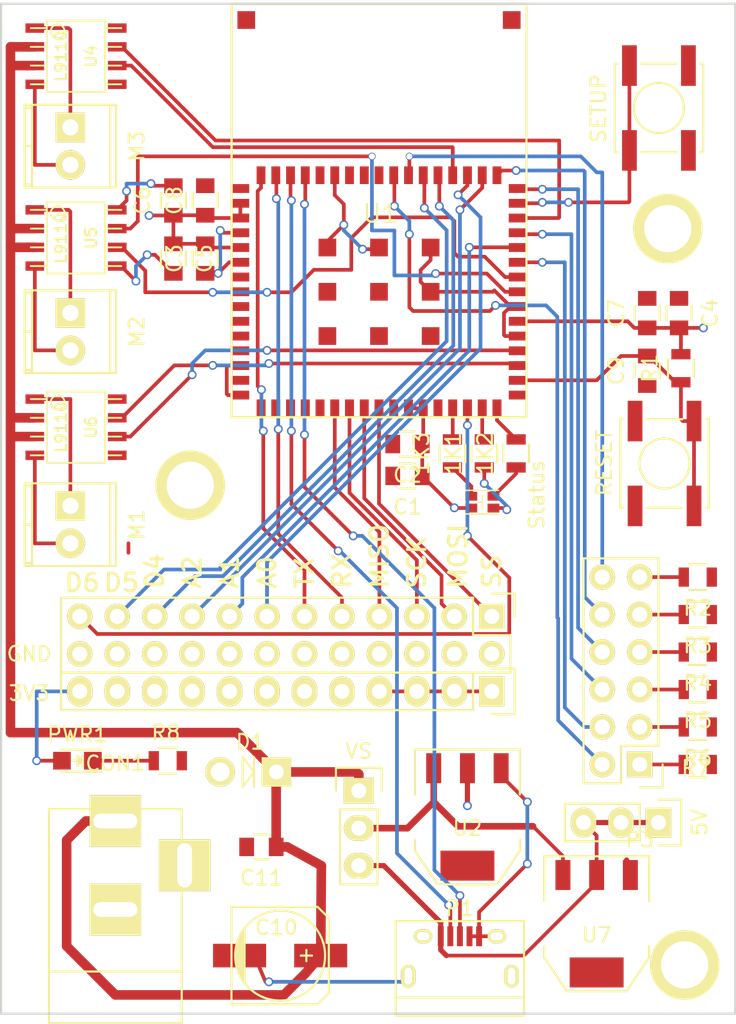
<source format=kicad_pcb>
(kicad_pcb (version 4) (host pcbnew 4.0.2-stable)

  (general
    (links 183)
    (no_connects 67)
    (area 90.026999 51.943 142.569001 125.735001)
    (thickness 1.6)
    (drawings 21)
    (tracks 468)
    (zones 0)
    (modules 46)
    (nets 58)
  )

  (page A4)
  (layers
    (0 F.Cu signal)
    (31 B.Cu signal)
    (32 B.Adhes user)
    (33 F.Adhes user)
    (34 B.Paste user)
    (35 F.Paste user)
    (36 B.SilkS user)
    (37 F.SilkS user)
    (38 B.Mask user)
    (39 F.Mask user)
    (40 Dwgs.User user)
    (41 Cmts.User user)
    (42 Eco1.User user hide)
    (43 Eco2.User user)
    (44 Edge.Cuts user)
    (45 Margin user)
    (46 B.CrtYd user)
    (47 F.CrtYd user)
    (48 B.Fab user)
    (49 F.Fab user)
  )

  (setup
    (last_trace_width 0.25)
    (trace_clearance 0.2)
    (zone_clearance 0.508)
    (zone_45_only yes)
    (trace_min 0.2)
    (segment_width 0.2)
    (edge_width 0.15)
    (via_size 0.6)
    (via_drill 0.4)
    (via_min_size 0.4)
    (via_min_drill 0.3)
    (uvia_size 0.3)
    (uvia_drill 0.1)
    (uvias_allowed no)
    (uvia_min_size 0.2)
    (uvia_min_drill 0.1)
    (pcb_text_width 0.2)
    (pcb_text_size 1.2 1.2)
    (mod_edge_width 0.15)
    (mod_text_size 1 1)
    (mod_text_width 0.15)
    (pad_size 4.5 4.5)
    (pad_drill 3.2)
    (pad_to_mask_clearance 0.2)
    (aux_axis_origin 90.17 125.73)
    (grid_origin 90.17 125.73)
    (visible_elements FFFFEF7F)
    (pcbplotparams
      (layerselection 0x010fc_80000001)
      (usegerberextensions false)
      (excludeedgelayer true)
      (linewidth 0.100000)
      (plotframeref false)
      (viasonmask false)
      (mode 1)
      (useauxorigin false)
      (hpglpennumber 1)
      (hpglpenspeed 20)
      (hpglpendiameter 15)
      (hpglpenoverlay 2)
      (psnegative false)
      (psa4output false)
      (plotreference true)
      (plotvalue true)
      (plotinvisibletext false)
      (padsonsilk false)
      (subtractmaskfromsilk false)
      (outputformat 1)
      (mirror false)
      (drillshape 0)
      (scaleselection 1)
      (outputdirectory gerber2/))
  )

  (net 0 "")
  (net 1 "Net-(1K1-Pad1)")
  (net 2 "Net-(1K1-Pad2)")
  (net 3 "Net-(1K2-Pad1)")
  (net 4 "Net-(1K2-Pad2)")
  (net 5 "Net-(1K3-Pad1)")
  (net 6 "Net-(1K3-Pad2)")
  (net 7 +3V3)
  (net 8 GND)
  (net 9 RESET)
  (net 10 +5V)
  (net 11 USBD-)
  (net 12 USBD+)
  (net 13 SETUP)
  (net 14 "Net-(U1-Pad51)")
  (net 15 "Net-(U1-Pad16)")
  (net 16 "Net-(U1-Pad17)")
  (net 17 "Net-(U1-Pad18)")
  (net 18 "Net-(U1-Pad19)")
  (net 19 "Net-(U1-Pad20)")
  (net 20 "Net-(U1-Pad45)")
  (net 21 "Net-(U1-Pad41)")
  (net 22 "Net-(U1-Pad40)")
  (net 23 "Net-(U1-Pad36)")
  (net 24 "Net-(U1-Pad35)")
  (net 25 MISO)
  (net 26 MOSI)
  (net 27 SCK)
  (net 28 SS)
  (net 29 RX)
  (net 30 TX)
  (net 31 GPIO_A0)
  (net 32 GPIO_A1)
  (net 33 GPIO_A2)
  (net 34 GPIO_D4)
  (net 35 GPIO_D5)
  (net 36 GPIO_D6)
  (net 37 +12V)
  (net 38 M1a)
  (net 39 M1b)
  (net 40 M2a)
  (net 41 M2b)
  (net 42 M3a)
  (net 43 M3b)
  (net 44 "Net-(P3-Pad1)")
  (net 45 LED1)
  (net 46 "Net-(P3-Pad3)")
  (net 47 LED2)
  (net 48 "Net-(P3-Pad5)")
  (net 49 LED3)
  (net 50 "Net-(P3-Pad7)")
  (net 51 LED4)
  (net 52 "Net-(P3-Pad9)")
  (net 53 LED5)
  (net 54 "Net-(P3-Pad11)")
  (net 55 LED6)
  (net 56 "Net-(P4-Pad2)")
  (net 57 "Net-(PWR1-Pad1)")

  (net_class Default "This is the default net class."
    (clearance 0.2)
    (trace_width 0.25)
    (via_dia 0.6)
    (via_drill 0.4)
    (uvia_dia 0.3)
    (uvia_drill 0.1)
    (add_net +12V)
    (add_net +3V3)
    (add_net +5V)
    (add_net GND)
    (add_net GPIO_A0)
    (add_net GPIO_A1)
    (add_net GPIO_A2)
    (add_net GPIO_D4)
    (add_net GPIO_D5)
    (add_net GPIO_D6)
    (add_net LED1)
    (add_net LED2)
    (add_net LED3)
    (add_net LED4)
    (add_net LED5)
    (add_net LED6)
    (add_net M1a)
    (add_net M1b)
    (add_net M2a)
    (add_net M2b)
    (add_net M3a)
    (add_net M3b)
    (add_net MISO)
    (add_net MOSI)
    (add_net "Net-(1K1-Pad1)")
    (add_net "Net-(1K1-Pad2)")
    (add_net "Net-(1K2-Pad1)")
    (add_net "Net-(1K2-Pad2)")
    (add_net "Net-(1K3-Pad1)")
    (add_net "Net-(1K3-Pad2)")
    (add_net "Net-(P3-Pad1)")
    (add_net "Net-(P3-Pad11)")
    (add_net "Net-(P3-Pad3)")
    (add_net "Net-(P3-Pad5)")
    (add_net "Net-(P3-Pad7)")
    (add_net "Net-(P3-Pad9)")
    (add_net "Net-(P4-Pad2)")
    (add_net "Net-(PWR1-Pad1)")
    (add_net "Net-(U1-Pad16)")
    (add_net "Net-(U1-Pad17)")
    (add_net "Net-(U1-Pad18)")
    (add_net "Net-(U1-Pad19)")
    (add_net "Net-(U1-Pad20)")
    (add_net "Net-(U1-Pad35)")
    (add_net "Net-(U1-Pad36)")
    (add_net "Net-(U1-Pad40)")
    (add_net "Net-(U1-Pad41)")
    (add_net "Net-(U1-Pad45)")
    (add_net "Net-(U1-Pad51)")
    (add_net RESET)
    (add_net RX)
    (add_net SCK)
    (add_net SETUP)
    (add_net SS)
    (add_net TX)
    (add_net USBD+)
    (add_net USBD-)
  )

  (module Connect:1pin (layer F.Cu) (tedit 57A7B9CC) (tstamp 57A97A84)
    (at 137.922 67.437)
    (descr "module 1 pin (ou trou mecanique de percage)")
    (tags DEV)
    (fp_text reference REF** (at 0 -3.048) (layer F.SilkS) hide
      (effects (font (size 1 1) (thickness 0.15)))
    )
    (fp_text value 1pin (at 0 2.794) (layer F.Fab) hide
      (effects (font (size 1 1) (thickness 0.15)))
    )
    (fp_circle (center 0 0) (end 0 -2.286) (layer F.SilkS) (width 0.15))
    (pad 1 thru_hole circle (at 0 0) (size 4.5 4.5) (drill 3.2) (layers *.Cu *.Mask F.SilkS))
  )

  (module Connect:1pin (layer F.Cu) (tedit 57A7B9CC) (tstamp 57A97A7F)
    (at 105.537 84.836)
    (descr "module 1 pin (ou trou mecanique de percage)")
    (tags DEV)
    (fp_text reference REF** (at 0 -3.048) (layer F.SilkS) hide
      (effects (font (size 1 1) (thickness 0.15)))
    )
    (fp_text value 1pin (at 0 2.794) (layer F.Fab) hide
      (effects (font (size 1 1) (thickness 0.15)))
    )
    (fp_circle (center 0 0) (end 0 -2.286) (layer F.SilkS) (width 0.15))
    (pad 1 thru_hole circle (at 0 0) (size 4.5 4.5) (drill 3.2) (layers *.Cu *.Mask F.SilkS))
  )

  (module Resistors_SMD:R_0805 (layer F.Cu) (tedit 5415CDEB) (tstamp 57A5C438)
    (at 125.476 82.677 90)
    (descr "Resistor SMD 0805, reflow soldering, Vishay (see dcrcw.pdf)")
    (tags "resistor 0805")
    (path /579F9965)
    (attr smd)
    (fp_text reference 1K1 (at 0 -2.1 90) (layer F.SilkS)
      (effects (font (size 1 1) (thickness 0.15)))
    )
    (fp_text value 1k (at 0 2.1 90) (layer F.Fab)
      (effects (font (size 1 1) (thickness 0.15)))
    )
    (fp_line (start -1.6 -1) (end 1.6 -1) (layer F.CrtYd) (width 0.05))
    (fp_line (start -1.6 1) (end 1.6 1) (layer F.CrtYd) (width 0.05))
    (fp_line (start -1.6 -1) (end -1.6 1) (layer F.CrtYd) (width 0.05))
    (fp_line (start 1.6 -1) (end 1.6 1) (layer F.CrtYd) (width 0.05))
    (fp_line (start 0.6 0.875) (end -0.6 0.875) (layer F.SilkS) (width 0.15))
    (fp_line (start -0.6 -0.875) (end 0.6 -0.875) (layer F.SilkS) (width 0.15))
    (pad 1 smd rect (at -0.95 0 90) (size 0.7 1.3) (layers F.Cu F.Paste F.Mask)
      (net 1 "Net-(1K1-Pad1)"))
    (pad 2 smd rect (at 0.95 0 90) (size 0.7 1.3) (layers F.Cu F.Paste F.Mask)
      (net 2 "Net-(1K1-Pad2)"))
    (model Resistors_SMD.3dshapes/R_0805.wrl
      (at (xyz 0 0 0))
      (scale (xyz 1 1 1))
      (rotate (xyz 0 0 0))
    )
  )

  (module Resistors_SMD:R_0805 (layer F.Cu) (tedit 5415CDEB) (tstamp 57A5C444)
    (at 127.635 82.677 90)
    (descr "Resistor SMD 0805, reflow soldering, Vishay (see dcrcw.pdf)")
    (tags "resistor 0805")
    (path /579F9910)
    (attr smd)
    (fp_text reference 1K2 (at 0 -2.1 90) (layer F.SilkS)
      (effects (font (size 1 1) (thickness 0.15)))
    )
    (fp_text value 1k (at 0 2.1 90) (layer F.Fab)
      (effects (font (size 1 1) (thickness 0.15)))
    )
    (fp_line (start -1.6 -1) (end 1.6 -1) (layer F.CrtYd) (width 0.05))
    (fp_line (start -1.6 1) (end 1.6 1) (layer F.CrtYd) (width 0.05))
    (fp_line (start -1.6 -1) (end -1.6 1) (layer F.CrtYd) (width 0.05))
    (fp_line (start 1.6 -1) (end 1.6 1) (layer F.CrtYd) (width 0.05))
    (fp_line (start 0.6 0.875) (end -0.6 0.875) (layer F.SilkS) (width 0.15))
    (fp_line (start -0.6 -0.875) (end 0.6 -0.875) (layer F.SilkS) (width 0.15))
    (pad 1 smd rect (at -0.95 0 90) (size 0.7 1.3) (layers F.Cu F.Paste F.Mask)
      (net 3 "Net-(1K2-Pad1)"))
    (pad 2 smd rect (at 0.95 0 90) (size 0.7 1.3) (layers F.Cu F.Paste F.Mask)
      (net 4 "Net-(1K2-Pad2)"))
    (model Resistors_SMD.3dshapes/R_0805.wrl
      (at (xyz 0 0 0))
      (scale (xyz 1 1 1))
      (rotate (xyz 0 0 0))
    )
  )

  (module Resistors_SMD:R_0805 (layer F.Cu) (tedit 5415CDEB) (tstamp 57A5C450)
    (at 123.317 82.677 90)
    (descr "Resistor SMD 0805, reflow soldering, Vishay (see dcrcw.pdf)")
    (tags "resistor 0805")
    (path /579F97F3)
    (attr smd)
    (fp_text reference 1K3 (at 0 -2.1 90) (layer F.SilkS)
      (effects (font (size 1 1) (thickness 0.15)))
    )
    (fp_text value 1k (at 0 2.1 90) (layer F.Fab)
      (effects (font (size 1 1) (thickness 0.15)))
    )
    (fp_line (start -1.6 -1) (end 1.6 -1) (layer F.CrtYd) (width 0.05))
    (fp_line (start -1.6 1) (end 1.6 1) (layer F.CrtYd) (width 0.05))
    (fp_line (start -1.6 -1) (end -1.6 1) (layer F.CrtYd) (width 0.05))
    (fp_line (start 1.6 -1) (end 1.6 1) (layer F.CrtYd) (width 0.05))
    (fp_line (start 0.6 0.875) (end -0.6 0.875) (layer F.SilkS) (width 0.15))
    (fp_line (start -0.6 -0.875) (end 0.6 -0.875) (layer F.SilkS) (width 0.15))
    (pad 1 smd rect (at -0.95 0 90) (size 0.7 1.3) (layers F.Cu F.Paste F.Mask)
      (net 5 "Net-(1K3-Pad1)"))
    (pad 2 smd rect (at 0.95 0 90) (size 0.7 1.3) (layers F.Cu F.Paste F.Mask)
      (net 6 "Net-(1K3-Pad2)"))
    (model Resistors_SMD.3dshapes/R_0805.wrl
      (at (xyz 0 0 0))
      (scale (xyz 1 1 1))
      (rotate (xyz 0 0 0))
    )
  )

  (module Capacitors_SMD:C_0805 (layer F.Cu) (tedit 5415D6EA) (tstamp 57A5C45C)
    (at 120.269 84.201 180)
    (descr "Capacitor SMD 0805, reflow soldering, AVX (see smccp.pdf)")
    (tags "capacitor 0805")
    (path /579F5F30)
    (attr smd)
    (fp_text reference C1 (at 0 -2.1 180) (layer F.SilkS)
      (effects (font (size 1 1) (thickness 0.15)))
    )
    (fp_text value 0.1uf (at 0 2.1 180) (layer F.Fab)
      (effects (font (size 1 1) (thickness 0.15)))
    )
    (fp_line (start -1.8 -1) (end 1.8 -1) (layer F.CrtYd) (width 0.05))
    (fp_line (start -1.8 1) (end 1.8 1) (layer F.CrtYd) (width 0.05))
    (fp_line (start -1.8 -1) (end -1.8 1) (layer F.CrtYd) (width 0.05))
    (fp_line (start 1.8 -1) (end 1.8 1) (layer F.CrtYd) (width 0.05))
    (fp_line (start 0.5 -0.85) (end -0.5 -0.85) (layer F.SilkS) (width 0.15))
    (fp_line (start -0.5 0.85) (end 0.5 0.85) (layer F.SilkS) (width 0.15))
    (pad 1 smd rect (at -1 0 180) (size 1 1.25) (layers F.Cu F.Paste F.Mask)
      (net 7 +3V3))
    (pad 2 smd rect (at 1 0 180) (size 1 1.25) (layers F.Cu F.Paste F.Mask)
      (net 8 GND))
    (model Capacitors_SMD.3dshapes/C_0805.wrl
      (at (xyz 0 0 0))
      (scale (xyz 1 1 1))
      (rotate (xyz 0 0 0))
    )
  )

  (module Capacitors_SMD:C_0805 (layer F.Cu) (tedit 5415D6EA) (tstamp 57A5C468)
    (at 120.269 82.042 180)
    (descr "Capacitor SMD 0805, reflow soldering, AVX (see smccp.pdf)")
    (tags "capacitor 0805")
    (path /57A089B9)
    (attr smd)
    (fp_text reference C2 (at 0 -2.1 180) (layer F.SilkS)
      (effects (font (size 1 1) (thickness 0.15)))
    )
    (fp_text value 10uf (at 0 2.1 180) (layer F.Fab)
      (effects (font (size 1 1) (thickness 0.15)))
    )
    (fp_line (start -1.8 -1) (end 1.8 -1) (layer F.CrtYd) (width 0.05))
    (fp_line (start -1.8 1) (end 1.8 1) (layer F.CrtYd) (width 0.05))
    (fp_line (start -1.8 -1) (end -1.8 1) (layer F.CrtYd) (width 0.05))
    (fp_line (start 1.8 -1) (end 1.8 1) (layer F.CrtYd) (width 0.05))
    (fp_line (start 0.5 -0.85) (end -0.5 -0.85) (layer F.SilkS) (width 0.15))
    (fp_line (start -0.5 0.85) (end 0.5 0.85) (layer F.SilkS) (width 0.15))
    (pad 1 smd rect (at -1 0 180) (size 1 1.25) (layers F.Cu F.Paste F.Mask)
      (net 7 +3V3))
    (pad 2 smd rect (at 1 0 180) (size 1 1.25) (layers F.Cu F.Paste F.Mask)
      (net 8 GND))
    (model Capacitors_SMD.3dshapes/C_0805.wrl
      (at (xyz 0 0 0))
      (scale (xyz 1 1 1))
      (rotate (xyz 0 0 0))
    )
  )

  (module Capacitors_SMD:C_0805 (layer F.Cu) (tedit 5415D6EA) (tstamp 57A5C474)
    (at 106.553 69.469 90)
    (descr "Capacitor SMD 0805, reflow soldering, AVX (see smccp.pdf)")
    (tags "capacitor 0805")
    (path /579F6391)
    (attr smd)
    (fp_text reference C3 (at 0 -2.1 90) (layer F.SilkS)
      (effects (font (size 1 1) (thickness 0.15)))
    )
    (fp_text value 0.1uf (at 0 2.1 90) (layer F.Fab)
      (effects (font (size 1 1) (thickness 0.15)))
    )
    (fp_line (start -1.8 -1) (end 1.8 -1) (layer F.CrtYd) (width 0.05))
    (fp_line (start -1.8 1) (end 1.8 1) (layer F.CrtYd) (width 0.05))
    (fp_line (start -1.8 -1) (end -1.8 1) (layer F.CrtYd) (width 0.05))
    (fp_line (start 1.8 -1) (end 1.8 1) (layer F.CrtYd) (width 0.05))
    (fp_line (start 0.5 -0.85) (end -0.5 -0.85) (layer F.SilkS) (width 0.15))
    (fp_line (start -0.5 0.85) (end 0.5 0.85) (layer F.SilkS) (width 0.15))
    (pad 1 smd rect (at -1 0 90) (size 1 1.25) (layers F.Cu F.Paste F.Mask)
      (net 8 GND))
    (pad 2 smd rect (at 1 0 90) (size 1 1.25) (layers F.Cu F.Paste F.Mask)
      (net 7 +3V3))
    (model Capacitors_SMD.3dshapes/C_0805.wrl
      (at (xyz 0 0 0))
      (scale (xyz 1 1 1))
      (rotate (xyz 0 0 0))
    )
  )

  (module Capacitors_SMD:C_0805 (layer F.Cu) (tedit 57A6886F) (tstamp 57A5C480)
    (at 138.684 73.168 270)
    (descr "Capacitor SMD 0805, reflow soldering, AVX (see smccp.pdf)")
    (tags "capacitor 0805")
    (path /57A08AFE)
    (attr smd)
    (fp_text reference C4 (at 0 -2.1 270) (layer F.SilkS)
      (effects (font (size 1 1) (thickness 0.15)))
    )
    (fp_text value 10uf (at -0.016 4.064 270) (layer F.Fab)
      (effects (font (size 1 1) (thickness 0.15)))
    )
    (fp_line (start -1.8 -1) (end 1.8 -1) (layer F.CrtYd) (width 0.05))
    (fp_line (start -1.8 1) (end 1.8 1) (layer F.CrtYd) (width 0.05))
    (fp_line (start -1.8 -1) (end -1.8 1) (layer F.CrtYd) (width 0.05))
    (fp_line (start 1.8 -1) (end 1.8 1) (layer F.CrtYd) (width 0.05))
    (fp_line (start 0.5 -0.85) (end -0.5 -0.85) (layer F.SilkS) (width 0.15))
    (fp_line (start -0.5 0.85) (end 0.5 0.85) (layer F.SilkS) (width 0.15))
    (pad 1 smd rect (at -1 0 270) (size 1 1.25) (layers F.Cu F.Paste F.Mask)
      (net 8 GND))
    (pad 2 smd rect (at 1 0 270) (size 1 1.25) (layers F.Cu F.Paste F.Mask)
      (net 7 +3V3))
    (model Capacitors_SMD.3dshapes/C_0805.wrl
      (at (xyz 0 0 0))
      (scale (xyz 1 1 1))
      (rotate (xyz 0 0 0))
    )
  )

  (module Capacitors_SMD:C_0805 (layer F.Cu) (tedit 5415D6EA) (tstamp 57A5C48C)
    (at 104.394 69.469 270)
    (descr "Capacitor SMD 0805, reflow soldering, AVX (see smccp.pdf)")
    (tags "capacitor 0805")
    (path /57A08D63)
    (attr smd)
    (fp_text reference C5 (at 0 -2.1 270) (layer F.SilkS)
      (effects (font (size 1 1) (thickness 0.15)))
    )
    (fp_text value 10uf (at 0 2.1 270) (layer F.Fab)
      (effects (font (size 1 1) (thickness 0.15)))
    )
    (fp_line (start -1.8 -1) (end 1.8 -1) (layer F.CrtYd) (width 0.05))
    (fp_line (start -1.8 1) (end 1.8 1) (layer F.CrtYd) (width 0.05))
    (fp_line (start -1.8 -1) (end -1.8 1) (layer F.CrtYd) (width 0.05))
    (fp_line (start 1.8 -1) (end 1.8 1) (layer F.CrtYd) (width 0.05))
    (fp_line (start 0.5 -0.85) (end -0.5 -0.85) (layer F.SilkS) (width 0.15))
    (fp_line (start -0.5 0.85) (end 0.5 0.85) (layer F.SilkS) (width 0.15))
    (pad 1 smd rect (at -1 0 270) (size 1 1.25) (layers F.Cu F.Paste F.Mask)
      (net 7 +3V3))
    (pad 2 smd rect (at 1 0 270) (size 1 1.25) (layers F.Cu F.Paste F.Mask)
      (net 8 GND))
    (model Capacitors_SMD.3dshapes/C_0805.wrl
      (at (xyz 0 0 0))
      (scale (xyz 1 1 1))
      (rotate (xyz 0 0 0))
    )
  )

  (module Capacitors_SMD:C_0805 (layer F.Cu) (tedit 5415D6EA) (tstamp 57A5C498)
    (at 104.394 65.532 90)
    (descr "Capacitor SMD 0805, reflow soldering, AVX (see smccp.pdf)")
    (tags "capacitor 0805")
    (path /579F850B)
    (attr smd)
    (fp_text reference C6 (at 0 -2.1 90) (layer F.SilkS)
      (effects (font (size 1 1) (thickness 0.15)))
    )
    (fp_text value 0.1uf (at 0 2.1 90) (layer F.Fab)
      (effects (font (size 1 1) (thickness 0.15)))
    )
    (fp_line (start -1.8 -1) (end 1.8 -1) (layer F.CrtYd) (width 0.05))
    (fp_line (start -1.8 1) (end 1.8 1) (layer F.CrtYd) (width 0.05))
    (fp_line (start -1.8 -1) (end -1.8 1) (layer F.CrtYd) (width 0.05))
    (fp_line (start 1.8 -1) (end 1.8 1) (layer F.CrtYd) (width 0.05))
    (fp_line (start 0.5 -0.85) (end -0.5 -0.85) (layer F.SilkS) (width 0.15))
    (fp_line (start -0.5 0.85) (end 0.5 0.85) (layer F.SilkS) (width 0.15))
    (pad 1 smd rect (at -1 0 90) (size 1 1.25) (layers F.Cu F.Paste F.Mask)
      (net 7 +3V3))
    (pad 2 smd rect (at 1 0 90) (size 1 1.25) (layers F.Cu F.Paste F.Mask)
      (net 8 GND))
    (model Capacitors_SMD.3dshapes/C_0805.wrl
      (at (xyz 0 0 0))
      (scale (xyz 1 1 1))
      (rotate (xyz 0 0 0))
    )
  )

  (module Capacitors_SMD:C_0805 (layer F.Cu) (tedit 57A68875) (tstamp 57A5C4A4)
    (at 136.525 73.168 90)
    (descr "Capacitor SMD 0805, reflow soldering, AVX (see smccp.pdf)")
    (tags "capacitor 0805")
    (path /579F7DB7)
    (attr smd)
    (fp_text reference C7 (at 0 -2.1 90) (layer F.SilkS)
      (effects (font (size 1 1) (thickness 0.15)))
    )
    (fp_text value 0.1uf (at 0.016 4.064 90) (layer F.Fab)
      (effects (font (size 1 1) (thickness 0.15)))
    )
    (fp_line (start -1.8 -1) (end 1.8 -1) (layer F.CrtYd) (width 0.05))
    (fp_line (start -1.8 1) (end 1.8 1) (layer F.CrtYd) (width 0.05))
    (fp_line (start -1.8 -1) (end -1.8 1) (layer F.CrtYd) (width 0.05))
    (fp_line (start 1.8 -1) (end 1.8 1) (layer F.CrtYd) (width 0.05))
    (fp_line (start 0.5 -0.85) (end -0.5 -0.85) (layer F.SilkS) (width 0.15))
    (fp_line (start -0.5 0.85) (end 0.5 0.85) (layer F.SilkS) (width 0.15))
    (pad 1 smd rect (at -1 0 90) (size 1 1.25) (layers F.Cu F.Paste F.Mask)
      (net 7 +3V3))
    (pad 2 smd rect (at 1 0 90) (size 1 1.25) (layers F.Cu F.Paste F.Mask)
      (net 8 GND))
    (model Capacitors_SMD.3dshapes/C_0805.wrl
      (at (xyz 0 0 0))
      (scale (xyz 1 1 1))
      (rotate (xyz 0 0 0))
    )
  )

  (module Capacitors_SMD:C_0805 (layer F.Cu) (tedit 5415D6EA) (tstamp 57A5C4B0)
    (at 106.553 65.532 90)
    (descr "Capacitor SMD 0805, reflow soldering, AVX (see smccp.pdf)")
    (tags "capacitor 0805")
    (path /57A08BD7)
    (attr smd)
    (fp_text reference C8 (at 0 -2.1 90) (layer F.SilkS)
      (effects (font (size 1 1) (thickness 0.15)))
    )
    (fp_text value 10uf (at 0 2.1 90) (layer F.Fab)
      (effects (font (size 1 1) (thickness 0.15)))
    )
    (fp_line (start -1.8 -1) (end 1.8 -1) (layer F.CrtYd) (width 0.05))
    (fp_line (start -1.8 1) (end 1.8 1) (layer F.CrtYd) (width 0.05))
    (fp_line (start -1.8 -1) (end -1.8 1) (layer F.CrtYd) (width 0.05))
    (fp_line (start 1.8 -1) (end 1.8 1) (layer F.CrtYd) (width 0.05))
    (fp_line (start 0.5 -0.85) (end -0.5 -0.85) (layer F.SilkS) (width 0.15))
    (fp_line (start -0.5 0.85) (end 0.5 0.85) (layer F.SilkS) (width 0.15))
    (pad 1 smd rect (at -1 0 90) (size 1 1.25) (layers F.Cu F.Paste F.Mask)
      (net 7 +3V3))
    (pad 2 smd rect (at 1 0 90) (size 1 1.25) (layers F.Cu F.Paste F.Mask)
      (net 8 GND))
    (model Capacitors_SMD.3dshapes/C_0805.wrl
      (at (xyz 0 0 0))
      (scale (xyz 1 1 1))
      (rotate (xyz 0 0 0))
    )
  )

  (module Capacitors_SMD:C_0805 (layer F.Cu) (tedit 57A68866) (tstamp 57A5C4BC)
    (at 136.525 77.073 90)
    (descr "Capacitor SMD 0805, reflow soldering, AVX (see smccp.pdf)")
    (tags "capacitor 0805")
    (path /579FA9FA)
    (attr smd)
    (fp_text reference C9 (at 0 -2.1 90) (layer F.SilkS)
      (effects (font (size 1 1) (thickness 0.15)))
    )
    (fp_text value 0.1uf (at -0.016 -2.032 90) (layer F.Fab)
      (effects (font (size 1 1) (thickness 0.15)))
    )
    (fp_line (start -1.8 -1) (end 1.8 -1) (layer F.CrtYd) (width 0.05))
    (fp_line (start -1.8 1) (end 1.8 1) (layer F.CrtYd) (width 0.05))
    (fp_line (start -1.8 -1) (end -1.8 1) (layer F.CrtYd) (width 0.05))
    (fp_line (start 1.8 -1) (end 1.8 1) (layer F.CrtYd) (width 0.05))
    (fp_line (start 0.5 -0.85) (end -0.5 -0.85) (layer F.SilkS) (width 0.15))
    (fp_line (start -0.5 0.85) (end 0.5 0.85) (layer F.SilkS) (width 0.15))
    (pad 1 smd rect (at -1 0 90) (size 1 1.25) (layers F.Cu F.Paste F.Mask)
      (net 8 GND))
    (pad 2 smd rect (at 1 0 90) (size 1 1.25) (layers F.Cu F.Paste F.Mask)
      (net 9 RESET))
    (model Capacitors_SMD.3dshapes/C_0805.wrl
      (at (xyz 0 0 0))
      (scale (xyz 1 1 1))
      (rotate (xyz 0 0 0))
    )
  )

  (module Connect:USB_Micro-B (layer F.Cu) (tedit 57A68A8B) (tstamp 57A5C4DE)
    (at 123.825 116.967)
    (descr "Micro USB Type B Receptacle")
    (tags "USB USB_B USB_micro USB_OTG")
    (path /579F8EC4)
    (attr smd)
    (fp_text reference P1 (at 0 -3.45) (layer F.SilkS)
      (effects (font (size 1 1) (thickness 0.15)))
    )
    (fp_text value USB_OTG (at -0.254 -3.429) (layer F.Fab)
      (effects (font (size 1 1) (thickness 0.15)))
    )
    (fp_line (start -4.6 -2.8) (end 4.6 -2.8) (layer F.CrtYd) (width 0.05))
    (fp_line (start 4.6 -2.8) (end 4.6 4.05) (layer F.CrtYd) (width 0.05))
    (fp_line (start 4.6 4.05) (end -4.6 4.05) (layer F.CrtYd) (width 0.05))
    (fp_line (start -4.6 4.05) (end -4.6 -2.8) (layer F.CrtYd) (width 0.05))
    (fp_line (start -4.3509 3.81746) (end 4.3491 3.81746) (layer F.SilkS) (width 0.15))
    (fp_line (start -4.3509 -2.58754) (end 4.3491 -2.58754) (layer F.SilkS) (width 0.15))
    (fp_line (start 4.3491 -2.58754) (end 4.3491 3.81746) (layer F.SilkS) (width 0.15))
    (fp_line (start 4.3491 2.58746) (end -4.3509 2.58746) (layer F.SilkS) (width 0.15))
    (fp_line (start -4.3509 3.81746) (end -4.3509 -2.58754) (layer F.SilkS) (width 0.15))
    (pad 1 smd rect (at -1.3009 -1.56254 90) (size 1.35 0.4) (layers F.Cu F.Paste F.Mask)
      (net 10 +5V))
    (pad 2 smd rect (at -0.6509 -1.56254 90) (size 1.35 0.4) (layers F.Cu F.Paste F.Mask)
      (net 11 USBD-))
    (pad 3 smd rect (at -0.0009 -1.56254 90) (size 1.35 0.4) (layers F.Cu F.Paste F.Mask)
      (net 12 USBD+))
    (pad 4 smd rect (at 0.6491 -1.56254 90) (size 1.35 0.4) (layers F.Cu F.Paste F.Mask)
      (net 8 GND))
    (pad 5 smd rect (at 1.2991 -1.56254 90) (size 1.35 0.4) (layers F.Cu F.Paste F.Mask)
      (net 8 GND))
    (pad 6 thru_hole oval (at -2.5009 -1.56254 90) (size 0.95 1.25) (drill oval 0.55 0.85) (layers *.Cu *.Mask F.SilkS)
      (net 8 GND))
    (pad 6 thru_hole oval (at 2.4991 -1.56254 90) (size 0.95 1.25) (drill oval 0.55 0.85) (layers *.Cu *.Mask F.SilkS)
      (net 8 GND))
    (pad 6 thru_hole oval (at -3.5009 1.13746 90) (size 1.55 1) (drill oval 1.15 0.5) (layers *.Cu *.Mask F.SilkS)
      (net 8 GND))
    (pad 6 thru_hole oval (at 3.4991 1.13746 90) (size 1.55 1) (drill oval 1.15 0.5) (layers *.Cu *.Mask F.SilkS)
      (net 8 GND))
    (model Connect.3dshapes/usb_B_micro_smd.wrl
      (at (xyz 0 0 0))
      (scale (xyz 1 1 1))
      (rotate (xyz 0 0 0))
    )
  )

  (module Resistors_SMD:R_0805 (layer F.Cu) (tedit 5415CDEB) (tstamp 57A5C4EA)
    (at 138.811 76.901 90)
    (descr "Resistor SMD 0805, reflow soldering, Vishay (see dcrcw.pdf)")
    (tags "resistor 0805")
    (path /579FA7E3)
    (attr smd)
    (fp_text reference R1 (at 0 -2.1 90) (layer F.SilkS)
      (effects (font (size 1 1) (thickness 0.15)))
    )
    (fp_text value 10k (at 0 2.1 90) (layer F.Fab)
      (effects (font (size 1 1) (thickness 0.15)))
    )
    (fp_line (start -1.6 -1) (end 1.6 -1) (layer F.CrtYd) (width 0.05))
    (fp_line (start -1.6 1) (end 1.6 1) (layer F.CrtYd) (width 0.05))
    (fp_line (start -1.6 -1) (end -1.6 1) (layer F.CrtYd) (width 0.05))
    (fp_line (start 1.6 -1) (end 1.6 1) (layer F.CrtYd) (width 0.05))
    (fp_line (start 0.6 0.875) (end -0.6 0.875) (layer F.SilkS) (width 0.15))
    (fp_line (start -0.6 -0.875) (end 0.6 -0.875) (layer F.SilkS) (width 0.15))
    (pad 1 smd rect (at -0.95 0 90) (size 0.7 1.3) (layers F.Cu F.Paste F.Mask)
      (net 9 RESET))
    (pad 2 smd rect (at 0.95 0 90) (size 0.7 1.3) (layers F.Cu F.Paste F.Mask)
      (net 7 +3V3))
    (model Resistors_SMD.3dshapes/R_0805.wrl
      (at (xyz 0 0 0))
      (scale (xyz 1 1 1))
      (rotate (xyz 0 0 0))
    )
  )

  (module Buttons_Switches_SMD:SW_SPST_EVPBF (layer F.Cu) (tedit 57A69596) (tstamp 57A5C4FF)
    (at 137.7 83.358 90)
    (descr "Light Touch Switch")
    (path /579F8FD9)
    (attr smd)
    (fp_text reference RESET (at 0.046 -4.096 90) (layer F.SilkS)
      (effects (font (size 1 1) (thickness 0.15)))
    )
    (fp_text value SW_PUSH (at 0 0 90) (layer F.Fab)
      (effects (font (size 1 1) (thickness 0.15)))
    )
    (fp_line (start -4.5 -3.25) (end 4.5 -3.25) (layer F.CrtYd) (width 0.05))
    (fp_line (start 4.5 -3.25) (end 4.5 3.25) (layer F.CrtYd) (width 0.05))
    (fp_line (start 4.5 3.25) (end -4.5 3.25) (layer F.CrtYd) (width 0.05))
    (fp_line (start -4.5 3.25) (end -4.5 -3.25) (layer F.CrtYd) (width 0.05))
    (fp_line (start 3 -3) (end 3 -2.8) (layer F.SilkS) (width 0.15))
    (fp_line (start 3 3) (end 3 2.8) (layer F.SilkS) (width 0.15))
    (fp_line (start -3 3) (end -3 2.8) (layer F.SilkS) (width 0.15))
    (fp_line (start -3 -3) (end -3 -2.8) (layer F.SilkS) (width 0.15))
    (fp_line (start -3 -1.2) (end -3 1.2) (layer F.SilkS) (width 0.15))
    (fp_line (start 3 -1.2) (end 3 1.2) (layer F.SilkS) (width 0.15))
    (fp_line (start 3 -3) (end -3 -3) (layer F.SilkS) (width 0.15))
    (fp_line (start -3 3) (end 3 3) (layer F.SilkS) (width 0.15))
    (fp_circle (center 0 0) (end 1.7 0) (layer F.SilkS) (width 0.15))
    (pad 1 smd rect (at 2.875 -2 90) (size 2.75 1) (layers F.Cu F.Paste F.Mask)
      (net 8 GND))
    (pad 1 smd rect (at -2.875 -2 90) (size 2.75 1) (layers F.Cu F.Paste F.Mask)
      (net 8 GND))
    (pad 2 smd rect (at -2.875 2 90) (size 2.75 1) (layers F.Cu F.Paste F.Mask)
      (net 9 RESET))
    (pad 2 smd rect (at 2.875 2 90) (size 2.75 1) (layers F.Cu F.Paste F.Mask)
      (net 9 RESET))
  )

  (module Buttons_Switches_SMD:SW_SPST_EVPBF (layer F.Cu) (tedit 57A8856C) (tstamp 57A5C514)
    (at 137.319 59.263 270)
    (descr "Light Touch Switch")
    (path /579F8F7E)
    (attr smd)
    (fp_text reference SETUP (at 0.046 4.096 270) (layer F.SilkS)
      (effects (font (size 1 1) (thickness 0.15)))
    )
    (fp_text value SW_PUSH (at 0 0 270) (layer F.Fab)
      (effects (font (size 1 1) (thickness 0.15)))
    )
    (fp_line (start -4.5 -3.25) (end 4.5 -3.25) (layer F.CrtYd) (width 0.05))
    (fp_line (start 4.5 -3.25) (end 4.5 3.25) (layer F.CrtYd) (width 0.05))
    (fp_line (start 4.5 3.25) (end -4.5 3.25) (layer F.CrtYd) (width 0.05))
    (fp_line (start -4.5 3.25) (end -4.5 -3.25) (layer F.CrtYd) (width 0.05))
    (fp_line (start 3 -3) (end 3 -2.8) (layer F.SilkS) (width 0.15))
    (fp_line (start 3 3) (end 3 2.8) (layer F.SilkS) (width 0.15))
    (fp_line (start -3 3) (end -3 2.8) (layer F.SilkS) (width 0.15))
    (fp_line (start -3 -3) (end -3 -2.8) (layer F.SilkS) (width 0.15))
    (fp_line (start -3 -1.2) (end -3 1.2) (layer F.SilkS) (width 0.15))
    (fp_line (start 3 -1.2) (end 3 1.2) (layer F.SilkS) (width 0.15))
    (fp_line (start 3 -3) (end -3 -3) (layer F.SilkS) (width 0.15))
    (fp_line (start -3 3) (end 3 3) (layer F.SilkS) (width 0.15))
    (fp_circle (center 0 0) (end 1.7 0) (layer F.SilkS) (width 0.15))
    (pad 1 smd rect (at 2.875 -2 270) (size 2.75 1) (layers F.Cu F.Paste F.Mask)
      (net 8 GND))
    (pad 1 smd rect (at -2.875 -2 270) (size 2.75 1) (layers F.Cu F.Paste F.Mask)
      (net 8 GND))
    (pad 2 smd rect (at -2.875 2 270) (size 2.75 1) (layers F.Cu F.Paste F.Mask)
      (net 13 SETUP))
    (pad 2 smd rect (at 2.875 2 270) (size 2.75 1) (layers F.Cu F.Paste F.Mask)
      (net 13 SETUP))
  )

  (module WM-N-BM-X:WM-N-BM-14 (layer F.Cu) (tedit 571749A1) (tstamp 57A5C57C)
    (at 118.237 66.421)
    (path /579F5DD0)
    (fp_text reference U1 (at 0.2 0) (layer F.SilkS)
      (effects (font (size 1.2 1.2) (thickness 0.15)))
    )
    (fp_text value WM-N-BM-14 (at 0.2 10.6) (layer F.Fab)
      (effects (font (size 1.2 1.2) (thickness 0.15)))
    )
    (fp_line (start -9.9 13.8) (end 10.1 13.8) (layer F.SilkS) (width 0.15))
    (fp_line (start 10.1 -14.2) (end 10.1 13.8) (layer F.SilkS) (width 0.15))
    (fp_line (start -9.9 -14.2) (end -9.9 13.8) (layer F.SilkS) (width 0.15))
    (fp_line (start -9.9 13.8) (end -9.9 -14.2) (layer F.SilkS) (width 0.15))
    (fp_line (start -9.9 -14.2) (end -9.9 13.8) (layer F.SilkS) (width 0.15))
    (fp_line (start -9.9 13.8) (end 10.1 13.8) (layer F.SilkS) (width 0.15))
    (fp_line (start 10.1 13.8) (end 10.1 -14.2) (layer F.SilkS) (width 0.15))
    (fp_line (start 10.1 -14.2) (end -9.9 -14.2) (layer F.SilkS) (width 0.15))
    (pad 74 smd rect (at 9.1 -13.12 90) (size 1.2 1.2) (layers F.Cu F.Paste F.Mask))
    (pad 74 smd rect (at -8.9 -13.12 90) (size 1.2 1.2) (layers F.Cu F.Paste F.Mask))
    (pad 73 smd rect (at 3.6 8.3 90) (size 1.2 1.2) (layers F.Cu F.Paste F.Mask)
      (net 8 GND))
    (pad 67 smd rect (at -3.4 8.3 90) (size 1.2 1.2) (layers F.Cu F.Paste F.Mask)
      (net 8 GND))
    (pad 70 smd rect (at 0.1 8.3 90) (size 1.2 1.2) (layers F.Cu F.Paste F.Mask)
      (net 8 GND))
    (pad 71 smd rect (at 3.6 2.3 90) (size 1.2 1.2) (layers F.Cu F.Paste F.Mask)
      (net 8 GND))
    (pad 68 smd rect (at 0.1 2.3 90) (size 1.2 1.2) (layers F.Cu F.Paste F.Mask)
      (net 8 GND))
    (pad 65 smd rect (at -3.4 2.3 90) (size 1.2 1.2) (layers F.Cu F.Paste F.Mask)
      (net 8 GND))
    (pad 66 smd rect (at -3.4 5.3 90) (size 1.2 1.2) (layers F.Cu F.Paste F.Mask)
      (net 8 GND))
    (pad 72 smd rect (at 3.6 5.3 90) (size 1.2 1.2) (layers F.Cu F.Paste F.Mask)
      (net 8 GND))
    (pad 69 smd rect (at 0.1 5.3 90) (size 1.2 1.2) (layers F.Cu F.Paste F.Mask)
      (net 8 GND))
    (pad 64 smd rect (at -7.9 -2.6 90) (size 1.2 0.6) (layers F.Cu F.Paste F.Mask)
      (net 30 TX))
    (pad 63 smd rect (at -6.9 -2.6 90) (size 1.2 0.6) (layers F.Cu F.Paste F.Mask)
      (net 29 RX))
    (pad 62 smd rect (at -5.9 -2.6 90) (size 1.2 0.6) (layers F.Cu F.Paste F.Mask)
      (net 11 USBD-))
    (pad 61 smd rect (at -4.9 -2.6 90) (size 1.2 0.6) (layers F.Cu F.Paste F.Mask)
      (net 12 USBD+))
    (pad 60 smd rect (at -3.9 -2.6 90) (size 1.2 0.6) (layers F.Cu F.Paste F.Mask))
    (pad 59 smd rect (at -2.9 -2.6 90) (size 1.2 0.6) (layers F.Cu F.Paste F.Mask)
      (net 8 GND))
    (pad 58 smd rect (at -1.9 -2.6 90) (size 1.2 0.6) (layers F.Cu F.Paste F.Mask))
    (pad 57 smd rect (at -0.9 -2.6 90) (size 1.2 0.6) (layers F.Cu F.Paste F.Mask))
    (pad 56 smd rect (at 0.1 -2.6 90) (size 1.2 0.6) (layers F.Cu F.Paste F.Mask))
    (pad 55 smd rect (at 1.1 -2.6 90) (size 1.2 0.6) (layers F.Cu F.Paste F.Mask)
      (net 45 LED1))
    (pad 54 smd rect (at 2.1 -2.6 90) (size 1.2 0.6) (layers F.Cu F.Paste F.Mask)
      (net 55 LED6))
    (pad 53 smd rect (at 3.1 -2.6 90) (size 1.2 0.6) (layers F.Cu F.Paste F.Mask)
      (net 35 GPIO_D5))
    (pad 52 smd rect (at 4.1 -2.6 90) (size 1.2 0.6) (layers F.Cu F.Paste F.Mask)
      (net 34 GPIO_D4))
    (pad 51 smd rect (at 5.1 -2.6 90) (size 1.2 0.6) (layers F.Cu F.Paste F.Mask)
      (net 14 "Net-(U1-Pad51)"))
    (pad 50 smd rect (at 6.1 -2.6 90) (size 1.2 0.6) (layers F.Cu F.Paste F.Mask)
      (net 31 GPIO_A0))
    (pad 49 smd rect (at 7.1 -2.6 90) (size 1.2 0.6) (layers F.Cu F.Paste F.Mask)
      (net 33 GPIO_A2))
    (pad 48 smd rect (at 8.1 -2.6 90) (size 1.2 0.6) (layers F.Cu F.Paste F.Mask)
      (net 53 LED5))
    (pad 16 smd rect (at -7.9 13.2 90) (size 1.2 0.6) (layers F.Cu F.Paste F.Mask)
      (net 15 "Net-(U1-Pad16)"))
    (pad 17 smd rect (at -6.9 13.2 90) (size 1.2 0.6) (layers F.Cu F.Paste F.Mask)
      (net 16 "Net-(U1-Pad17)"))
    (pad 18 smd rect (at -5.9 13.2 90) (size 1.2 0.6) (layers F.Cu F.Paste F.Mask)
      (net 17 "Net-(U1-Pad18)"))
    (pad 19 smd rect (at -4.9 13.2 90) (size 1.2 0.6) (layers F.Cu F.Paste F.Mask)
      (net 18 "Net-(U1-Pad19)"))
    (pad 20 smd rect (at -3.9 13.2 90) (size 1.2 0.6) (layers F.Cu F.Paste F.Mask)
      (net 19 "Net-(U1-Pad20)"))
    (pad 21 smd rect (at -2.9 13.2 90) (size 1.2 0.6) (layers F.Cu F.Paste F.Mask)
      (net 25 MISO))
    (pad 22 smd rect (at -1.9 13.2 90) (size 1.2 0.6) (layers F.Cu F.Paste F.Mask)
      (net 27 SCK))
    (pad 23 smd rect (at -0.9 13.2 90) (size 1.2 0.6) (layers F.Cu F.Paste F.Mask)
      (net 26 MOSI))
    (pad 24 smd rect (at 0.1 13.2 90) (size 1.2 0.6) (layers F.Cu F.Paste F.Mask)
      (net 28 SS))
    (pad 25 smd rect (at 1.1 13.2 90) (size 1.2 0.6) (layers F.Cu F.Paste F.Mask)
      (net 8 GND))
    (pad 26 smd rect (at 2.1 13.2 90) (size 1.2 0.6) (layers F.Cu F.Paste F.Mask)
      (net 7 +3V3))
    (pad 27 smd rect (at 3.1 13.2 90) (size 1.2 0.6) (layers F.Cu F.Paste F.Mask)
      (net 7 +3V3))
    (pad 28 smd rect (at 4.1 13.2 90) (size 1.2 0.6) (layers F.Cu F.Paste F.Mask)
      (net 8 GND))
    (pad 29 smd rect (at 5.1 13.2 90) (size 1.2 0.6) (layers F.Cu F.Paste F.Mask)
      (net 6 "Net-(1K3-Pad2)"))
    (pad 30 smd rect (at 6.1 13.2 90) (size 1.2 0.6) (layers F.Cu F.Paste F.Mask)
      (net 36 GPIO_D6))
    (pad 31 smd rect (at 7.1 13.2 90) (size 1.2 0.6) (layers F.Cu F.Paste F.Mask)
      (net 2 "Net-(1K1-Pad2)"))
    (pad 32 smd rect (at 8.1 13.2 90) (size 1.2 0.6) (layers F.Cu F.Paste F.Mask)
      (net 4 "Net-(1K2-Pad2)"))
    (pad 47 smd rect (at 9.5 -1.7 270) (size 0.6 1.2) (layers F.Cu F.Paste F.Mask)
      (net 51 LED4))
    (pad 46 smd rect (at 9.5 -0.7 270) (size 0.6 1.2) (layers F.Cu F.Paste F.Mask)
      (net 13 SETUP))
    (pad 45 smd rect (at 9.5 0.3 270) (size 0.6 1.2) (layers F.Cu F.Paste F.Mask)
      (net 20 "Net-(U1-Pad45)"))
    (pad 44 smd rect (at 9.5 1.3 270) (size 0.6 1.2) (layers F.Cu F.Paste F.Mask)
      (net 49 LED3))
    (pad 43 smd rect (at 9.5 2.3 270) (size 0.6 1.2) (layers F.Cu F.Paste F.Mask)
      (net 32 GPIO_A1))
    (pad 42 smd rect (at 9.5 3.3 270) (size 0.6 1.2) (layers F.Cu F.Paste F.Mask)
      (net 47 LED2))
    (pad 41 smd rect (at 9.5 4.3 270) (size 0.6 1.2) (layers F.Cu F.Paste F.Mask)
      (net 21 "Net-(U1-Pad41)"))
    (pad 40 smd rect (at 9.5 5.3 270) (size 0.6 1.2) (layers F.Cu F.Paste F.Mask)
      (net 22 "Net-(U1-Pad40)"))
    (pad 39 smd rect (at 9.5 6.3 270) (size 0.6 1.2) (layers F.Cu F.Paste F.Mask)
      (net 8 GND))
    (pad 38 smd rect (at 9.5 7.3 270) (size 0.6 1.2) (layers F.Cu F.Paste F.Mask)
      (net 7 +3V3))
    (pad 37 smd rect (at 9.5 8.3 270) (size 0.6 1.2) (layers F.Cu F.Paste F.Mask)
      (net 8 GND))
    (pad 36 smd rect (at 9.5 9.3 270) (size 0.6 1.2) (layers F.Cu F.Paste F.Mask)
      (net 23 "Net-(U1-Pad36)"))
    (pad 35 smd rect (at 9.5 10.3 270) (size 0.6 1.2) (layers F.Cu F.Paste F.Mask)
      (net 24 "Net-(U1-Pad35)"))
    (pad 34 smd rect (at 9.5 11.3 270) (size 0.6 1.2) (layers F.Cu F.Paste F.Mask)
      (net 9 RESET))
    (pad 33 smd rect (at 9.5 12.3 270) (size 0.6 1.2) (layers F.Cu F.Paste F.Mask))
    (pad 32 smd rect (at 8.1 13.2 90) (size 1.2 0.6) (layers F.Cu F.Paste F.Mask)
      (net 4 "Net-(1K2-Pad2)"))
    (pad 31 smd rect (at 7.1 13.2 90) (size 1.2 0.6) (layers F.Cu F.Paste F.Mask)
      (net 2 "Net-(1K1-Pad2)"))
    (pad 30 smd rect (at 6.1 13.2 90) (size 1.2 0.6) (layers F.Cu F.Paste F.Mask)
      (net 36 GPIO_D6))
    (pad 29 smd rect (at 5.1 13.2 90) (size 1.2 0.6) (layers F.Cu F.Paste F.Mask)
      (net 6 "Net-(1K3-Pad2)"))
    (pad 28 smd rect (at 4.1 13.2 90) (size 1.2 0.6) (layers F.Cu F.Paste F.Mask)
      (net 8 GND))
    (pad 27 smd rect (at 3.1 13.2 90) (size 1.2 0.6) (layers F.Cu F.Paste F.Mask)
      (net 7 +3V3))
    (pad 26 smd rect (at 2.1 13.2 90) (size 1.2 0.6) (layers F.Cu F.Paste F.Mask)
      (net 7 +3V3))
    (pad 25 smd rect (at 1.1 13.2 90) (size 1.2 0.6) (layers F.Cu F.Paste F.Mask)
      (net 8 GND))
    (pad 24 smd rect (at 0.1 13.2 90) (size 1.2 0.6) (layers F.Cu F.Paste F.Mask)
      (net 28 SS))
    (pad 23 smd rect (at -0.9 13.2 90) (size 1.2 0.6) (layers F.Cu F.Paste F.Mask)
      (net 26 MOSI))
    (pad 22 smd rect (at -1.9 13.2 90) (size 1.2 0.6) (layers F.Cu F.Paste F.Mask)
      (net 27 SCK))
    (pad 21 smd rect (at -2.9 13.2 90) (size 1.2 0.6) (layers F.Cu F.Paste F.Mask)
      (net 25 MISO))
    (pad 20 smd rect (at -3.9 13.2 90) (size 1.2 0.6) (layers F.Cu F.Paste F.Mask)
      (net 19 "Net-(U1-Pad20)"))
    (pad 19 smd rect (at -4.9 13.2 90) (size 1.2 0.6) (layers F.Cu F.Paste F.Mask)
      (net 18 "Net-(U1-Pad19)"))
    (pad 18 smd rect (at -5.9 13.2 90) (size 1.2 0.6) (layers F.Cu F.Paste F.Mask)
      (net 17 "Net-(U1-Pad18)"))
    (pad 17 smd rect (at -6.9 13.2 90) (size 1.2 0.6) (layers F.Cu F.Paste F.Mask)
      (net 16 "Net-(U1-Pad17)"))
    (pad 16 smd rect (at -7.9 13.2 90) (size 1.2 0.6) (layers F.Cu F.Paste F.Mask)
      (net 15 "Net-(U1-Pad16)"))
    (pad 15 smd rect (at -9.3 12.3 90) (size 0.6 1.2) (layers F.Cu F.Paste F.Mask)
      (net 8 GND))
    (pad 14 smd rect (at -9.3 11.3 90) (size 0.6 1.2) (layers F.Cu F.Paste F.Mask))
    (pad 13 smd rect (at -9.3 10.3 90) (size 0.6 1.2) (layers F.Cu F.Paste F.Mask)
      (net 8 GND))
    (pad 12 smd rect (at -9.3 9.3 90) (size 0.6 1.2) (layers F.Cu F.Paste F.Mask))
    (pad 11 smd rect (at -9.3 8.3 90) (size 0.6 1.2) (layers F.Cu F.Paste F.Mask))
    (pad 10 smd rect (at -9.3 7.3 90) (size 0.6 1.2) (layers F.Cu F.Paste F.Mask))
    (pad 9 smd rect (at -9.3 6.3 90) (size 0.6 1.2) (layers F.Cu F.Paste F.Mask))
    (pad 8 smd rect (at -9.3 5.3 90) (size 0.6 1.2) (layers F.Cu F.Paste F.Mask))
    (pad 7 smd rect (at -9.3 4.3 90) (size 0.6 1.2) (layers F.Cu F.Paste F.Mask))
    (pad 6 smd rect (at -9.3 3.3 90) (size 0.6 1.2) (layers F.Cu F.Paste F.Mask)
      (net 8 GND))
    (pad 5 smd rect (at -9.3 2.3 90) (size 0.6 1.2) (layers F.Cu F.Paste F.Mask)
      (net 7 +3V3))
    (pad 4 smd rect (at -9.3 1.3 90) (size 0.6 1.2) (layers F.Cu F.Paste F.Mask)
      (net 8 GND))
    (pad 3 smd rect (at -9.3 0.3 90) (size 0.6 1.2) (layers F.Cu F.Paste F.Mask)
      (net 7 +3V3))
    (pad 2 smd rect (at -9.3 -0.7 90) (size 0.6 1.2) (layers F.Cu F.Paste F.Mask)
      (net 7 +3V3))
    (pad 1 smd rect (at -9.3 -1.7 90) (size 0.6 1.2) (layers F.Cu F.Paste F.Mask)
      (net 8 GND))
  )

  (module TO_SOT_Packages_SMD:SOT-223 (layer F.Cu) (tedit 0) (tstamp 57A5C58C)
    (at 124.333 107.315 180)
    (descr "module CMS SOT223 4 pins")
    (tags "CMS SOT")
    (path /57A07383)
    (attr smd)
    (fp_text reference U2 (at 0 -0.762 180) (layer F.SilkS)
      (effects (font (size 1 1) (thickness 0.15)))
    )
    (fp_text value "AMS1117 3.3V" (at 0 0.762 180) (layer F.Fab)
      (effects (font (size 1 1) (thickness 0.15)))
    )
    (fp_line (start -3.556 1.524) (end -3.556 4.572) (layer F.SilkS) (width 0.15))
    (fp_line (start -3.556 4.572) (end 3.556 4.572) (layer F.SilkS) (width 0.15))
    (fp_line (start 3.556 4.572) (end 3.556 1.524) (layer F.SilkS) (width 0.15))
    (fp_line (start -3.556 -1.524) (end -3.556 -2.286) (layer F.SilkS) (width 0.15))
    (fp_line (start -3.556 -2.286) (end -2.032 -4.572) (layer F.SilkS) (width 0.15))
    (fp_line (start -2.032 -4.572) (end 2.032 -4.572) (layer F.SilkS) (width 0.15))
    (fp_line (start 2.032 -4.572) (end 3.556 -2.286) (layer F.SilkS) (width 0.15))
    (fp_line (start 3.556 -2.286) (end 3.556 -1.524) (layer F.SilkS) (width 0.15))
    (pad 4 smd rect (at 0 -3.302 180) (size 3.6576 2.032) (layers F.Cu F.Paste F.Mask))
    (pad 2 smd rect (at 0 3.302 180) (size 1.016 2.032) (layers F.Cu F.Paste F.Mask)
      (net 7 +3V3))
    (pad 3 smd rect (at 2.286 3.302 180) (size 1.016 2.032) (layers F.Cu F.Paste F.Mask)
      (net 56 "Net-(P4-Pad2)"))
    (pad 1 smd rect (at -2.286 3.302 180) (size 1.016 2.032) (layers F.Cu F.Paste F.Mask)
      (net 8 GND))
    (model TO_SOT_Packages_SMD.3dshapes/SOT-223.wrl
      (at (xyz 0 0 0))
      (scale (xyz 0.4 0.4 0.4))
      (rotate (xyz 0 0 0))
    )
  )

  (module Pin_Headers:Pin_Header_Straight_2x12 (layer F.Cu) (tedit 57A68CD8) (tstamp 57A1E7AE)
    (at 125.984 93.726 270)
    (descr "Through hole pin header")
    (tags "pin header")
    (path /57A24EC0)
    (fp_text reference GND (at 2.54 31.369 360) (layer F.SilkS)
      (effects (font (size 1 1) (thickness 0.15)))
    )
    (fp_text value CONN_02X12 (at 0 -3.1 270) (layer F.Fab) hide
      (effects (font (size 1 1) (thickness 0.15)))
    )
    (fp_line (start -1.75 -1.75) (end -1.75 29.7) (layer F.CrtYd) (width 0.05))
    (fp_line (start 4.3 -1.75) (end 4.3 29.7) (layer F.CrtYd) (width 0.05))
    (fp_line (start -1.75 -1.75) (end 4.3 -1.75) (layer F.CrtYd) (width 0.05))
    (fp_line (start -1.75 29.7) (end 4.3 29.7) (layer F.CrtYd) (width 0.05))
    (fp_line (start 3.81 29.21) (end 3.81 -1.27) (layer F.SilkS) (width 0.15))
    (fp_line (start -1.27 1.27) (end -1.27 29.21) (layer F.SilkS) (width 0.15))
    (fp_line (start 3.81 29.21) (end -1.27 29.21) (layer F.SilkS) (width 0.15))
    (fp_line (start 3.81 -1.27) (end 1.27 -1.27) (layer F.SilkS) (width 0.15))
    (fp_line (start 0 -1.55) (end -1.55 -1.55) (layer F.SilkS) (width 0.15))
    (fp_line (start 1.27 -1.27) (end 1.27 1.27) (layer F.SilkS) (width 0.15))
    (fp_line (start 1.27 1.27) (end -1.27 1.27) (layer F.SilkS) (width 0.15))
    (fp_line (start -1.55 -1.55) (end -1.55 0) (layer F.SilkS) (width 0.15))
    (pad 1 thru_hole rect (at 0 0 270) (size 1.7272 1.7272) (drill 1.016) (layers *.Cu *.Mask F.SilkS)
      (net 28 SS))
    (pad 2 thru_hole oval (at 2.54 0 270) (size 1.7272 1.7272) (drill 1.016) (layers *.Cu *.Mask F.SilkS)
      (net 8 GND))
    (pad 3 thru_hole oval (at 0 2.54 270) (size 1.7272 1.7272) (drill 1.016) (layers *.Cu *.Mask F.SilkS)
      (net 26 MOSI))
    (pad 4 thru_hole oval (at 2.54 2.54 270) (size 1.7272 1.7272) (drill 1.016) (layers *.Cu *.Mask F.SilkS)
      (net 8 GND))
    (pad 5 thru_hole oval (at 0 5.08 270) (size 1.7272 1.7272) (drill 1.016) (layers *.Cu *.Mask F.SilkS)
      (net 27 SCK))
    (pad 6 thru_hole oval (at 2.54 5.08 270) (size 1.7272 1.7272) (drill 1.016) (layers *.Cu *.Mask F.SilkS)
      (net 8 GND))
    (pad 7 thru_hole oval (at 0 7.62 270) (size 1.7272 1.7272) (drill 1.016) (layers *.Cu *.Mask F.SilkS)
      (net 25 MISO))
    (pad 8 thru_hole oval (at 2.54 7.62 270) (size 1.7272 1.7272) (drill 1.016) (layers *.Cu *.Mask F.SilkS)
      (net 8 GND))
    (pad 9 thru_hole oval (at 0 10.16 270) (size 1.7272 1.7272) (drill 1.016) (layers *.Cu *.Mask F.SilkS)
      (net 29 RX))
    (pad 10 thru_hole oval (at 2.54 10.16 270) (size 1.7272 1.7272) (drill 1.016) (layers *.Cu *.Mask F.SilkS)
      (net 8 GND))
    (pad 11 thru_hole oval (at 0 12.7 270) (size 1.7272 1.7272) (drill 1.016) (layers *.Cu *.Mask F.SilkS)
      (net 30 TX))
    (pad 12 thru_hole oval (at 2.54 12.7 270) (size 1.7272 1.7272) (drill 1.016) (layers *.Cu *.Mask F.SilkS)
      (net 8 GND))
    (pad 13 thru_hole oval (at 0 15.24 270) (size 1.7272 1.7272) (drill 1.016) (layers *.Cu *.Mask F.SilkS)
      (net 31 GPIO_A0))
    (pad 14 thru_hole oval (at 2.54 15.24 270) (size 1.7272 1.7272) (drill 1.016) (layers *.Cu *.Mask F.SilkS)
      (net 8 GND))
    (pad 15 thru_hole oval (at 0 17.78 270) (size 1.7272 1.7272) (drill 1.016) (layers *.Cu *.Mask F.SilkS)
      (net 32 GPIO_A1))
    (pad 16 thru_hole oval (at 2.54 17.78 270) (size 1.7272 1.7272) (drill 1.016) (layers *.Cu *.Mask F.SilkS)
      (net 8 GND))
    (pad 17 thru_hole oval (at 0 20.32 270) (size 1.7272 1.7272) (drill 1.016) (layers *.Cu *.Mask F.SilkS)
      (net 33 GPIO_A2))
    (pad 18 thru_hole oval (at 2.54 20.32 270) (size 1.7272 1.7272) (drill 1.016) (layers *.Cu *.Mask F.SilkS)
      (net 8 GND))
    (pad 19 thru_hole oval (at 0 22.86 270) (size 1.7272 1.7272) (drill 1.016) (layers *.Cu *.Mask F.SilkS)
      (net 34 GPIO_D4))
    (pad 20 thru_hole oval (at 2.54 22.86 270) (size 1.7272 1.7272) (drill 1.016) (layers *.Cu *.Mask F.SilkS)
      (net 8 GND))
    (pad 21 thru_hole oval (at 0 25.4 270) (size 1.7272 1.7272) (drill 1.016) (layers *.Cu *.Mask F.SilkS)
      (net 35 GPIO_D5))
    (pad 22 thru_hole oval (at 2.54 25.4 270) (size 1.7272 1.7272) (drill 1.016) (layers *.Cu *.Mask F.SilkS)
      (net 8 GND))
    (pad 23 thru_hole oval (at 0 27.94 270) (size 1.7272 1.7272) (drill 1.016) (layers *.Cu *.Mask F.SilkS)
      (net 36 GPIO_D6))
    (pad 24 thru_hole oval (at 2.54 27.94 270) (size 1.7272 1.7272) (drill 1.016) (layers *.Cu *.Mask F.SilkS)
      (net 8 GND))
    (model Pin_Headers.3dshapes/Pin_Header_Straight_2x12.wrl
      (at (xyz 0.05 -0.55 0))
      (scale (xyz 1 1 1))
      (rotate (xyz 0 0 90))
    )
  )

  (module Capacitors_SMD:c_elec_6.3x5.7 (layer F.Cu) (tedit 57A4A3C1) (tstamp 57A1E7B4)
    (at 111.633 116.713)
    (descr "SMT capacitor, aluminium electrolytic, 6.3x5.7")
    (path /57A2858A)
    (attr smd)
    (fp_text reference C10 (at -0.254 -1.905) (layer F.SilkS)
      (effects (font (size 1 1) (thickness 0.15)))
    )
    (fp_text value 47uf (at 0 3.81) (layer F.Fab)
      (effects (font (size 1 1) (thickness 0.15)))
    )
    (fp_line (start -4.85 -3.65) (end 4.85 -3.65) (layer F.CrtYd) (width 0.05))
    (fp_line (start 4.85 -3.65) (end 4.85 3.65) (layer F.CrtYd) (width 0.05))
    (fp_line (start 4.85 3.65) (end -4.85 3.65) (layer F.CrtYd) (width 0.05))
    (fp_line (start -4.85 3.65) (end -4.85 -3.65) (layer F.CrtYd) (width 0.05))
    (fp_line (start -2.921 -0.762) (end -2.921 0.762) (layer F.SilkS) (width 0.15))
    (fp_line (start -2.794 1.143) (end -2.794 -1.143) (layer F.SilkS) (width 0.15))
    (fp_line (start -2.667 -1.397) (end -2.667 1.397) (layer F.SilkS) (width 0.15))
    (fp_line (start -2.54 1.651) (end -2.54 -1.651) (layer F.SilkS) (width 0.15))
    (fp_line (start -2.413 -1.778) (end -2.413 1.778) (layer F.SilkS) (width 0.15))
    (fp_line (start -3.302 -3.302) (end -3.302 3.302) (layer F.SilkS) (width 0.15))
    (fp_line (start -3.302 3.302) (end 2.54 3.302) (layer F.SilkS) (width 0.15))
    (fp_line (start 2.54 3.302) (end 3.302 2.54) (layer F.SilkS) (width 0.15))
    (fp_line (start 3.302 2.54) (end 3.302 -2.54) (layer F.SilkS) (width 0.15))
    (fp_line (start 3.302 -2.54) (end 2.54 -3.302) (layer F.SilkS) (width 0.15))
    (fp_line (start 2.54 -3.302) (end -3.302 -3.302) (layer F.SilkS) (width 0.15))
    (fp_line (start 2.159 0) (end 1.397 0) (layer F.SilkS) (width 0.15))
    (fp_line (start 1.778 -0.381) (end 1.778 0.381) (layer F.SilkS) (width 0.15))
    (fp_circle (center 0 0) (end -3.048 0) (layer F.SilkS) (width 0.15))
    (pad 1 smd rect (at 2.75082 0) (size 3.59918 1.6002) (layers F.Cu F.Paste F.Mask)
      (net 37 +12V))
    (pad 2 smd rect (at -2.75082 0) (size 3.59918 1.6002) (layers F.Cu F.Paste F.Mask)
      (net 8 GND))
    (model Capacitors_SMD.3dshapes/c_elec_6.3x5.7.wrl
      (at (xyz 0 0 0))
      (scale (xyz 1 1 1))
      (rotate (xyz 0 0 0))
    )
  )

  (module Capacitors_SMD:C_0805 (layer F.Cu) (tedit 5415D6EA) (tstamp 57A1E7BA)
    (at 110.363 109.347 180)
    (descr "Capacitor SMD 0805, reflow soldering, AVX (see smccp.pdf)")
    (tags "capacitor 0805")
    (path /57A28B9D)
    (attr smd)
    (fp_text reference C11 (at 0 -2.1 180) (layer F.SilkS)
      (effects (font (size 1 1) (thickness 0.15)))
    )
    (fp_text value 0.1uf (at 0 2.1 180) (layer F.Fab)
      (effects (font (size 1 1) (thickness 0.15)))
    )
    (fp_line (start -1.8 -1) (end 1.8 -1) (layer F.CrtYd) (width 0.05))
    (fp_line (start -1.8 1) (end 1.8 1) (layer F.CrtYd) (width 0.05))
    (fp_line (start -1.8 -1) (end -1.8 1) (layer F.CrtYd) (width 0.05))
    (fp_line (start 1.8 -1) (end 1.8 1) (layer F.CrtYd) (width 0.05))
    (fp_line (start 0.5 -0.85) (end -0.5 -0.85) (layer F.SilkS) (width 0.15))
    (fp_line (start -0.5 0.85) (end 0.5 0.85) (layer F.SilkS) (width 0.15))
    (pad 1 smd rect (at -1 0 180) (size 1 1.25) (layers F.Cu F.Paste F.Mask)
      (net 37 +12V))
    (pad 2 smd rect (at 1 0 180) (size 1 1.25) (layers F.Cu F.Paste F.Mask)
      (net 8 GND))
    (model Capacitors_SMD.3dshapes/C_0805.wrl
      (at (xyz 0 0 0))
      (scale (xyz 1 1 1))
      (rotate (xyz 0 0 0))
    )
  )

  (module Pin_Headers:Pin_Header_Straight_2x06 (layer F.Cu) (tedit 57A1E8EF) (tstamp 57A1E7DB)
    (at 136.017 103.759 180)
    (descr "Through hole pin header")
    (tags "pin header")
    (path /57A209D2)
    (fp_text reference P3 (at 0 -5.1 180) (layer F.SilkS)
      (effects (font (size 1 1) (thickness 0.15)))
    )
    (fp_text value LedConnector (at 0 -2.54 180) (layer F.Fab)
      (effects (font (size 1 1) (thickness 0.15)))
    )
    (fp_line (start -1.75 -1.75) (end -1.75 14.45) (layer F.CrtYd) (width 0.05))
    (fp_line (start 4.3 -1.75) (end 4.3 14.45) (layer F.CrtYd) (width 0.05))
    (fp_line (start -1.75 -1.75) (end 4.3 -1.75) (layer F.CrtYd) (width 0.05))
    (fp_line (start -1.75 14.45) (end 4.3 14.45) (layer F.CrtYd) (width 0.05))
    (fp_line (start 3.81 13.97) (end 3.81 -1.27) (layer F.SilkS) (width 0.15))
    (fp_line (start -1.27 1.27) (end -1.27 13.97) (layer F.SilkS) (width 0.15))
    (fp_line (start 3.81 13.97) (end -1.27 13.97) (layer F.SilkS) (width 0.15))
    (fp_line (start 3.81 -1.27) (end 1.27 -1.27) (layer F.SilkS) (width 0.15))
    (fp_line (start 0 -1.55) (end -1.55 -1.55) (layer F.SilkS) (width 0.15))
    (fp_line (start 1.27 -1.27) (end 1.27 1.27) (layer F.SilkS) (width 0.15))
    (fp_line (start 1.27 1.27) (end -1.27 1.27) (layer F.SilkS) (width 0.15))
    (fp_line (start -1.55 -1.55) (end -1.55 0) (layer F.SilkS) (width 0.15))
    (pad 1 thru_hole rect (at 0 0 180) (size 1.7272 1.7272) (drill 1.016) (layers *.Cu *.Mask F.SilkS)
      (net 44 "Net-(P3-Pad1)"))
    (pad 2 thru_hole oval (at 2.54 0 180) (size 1.7272 1.7272) (drill 1.016) (layers *.Cu *.Mask F.SilkS)
      (net 45 LED1))
    (pad 3 thru_hole oval (at 0 2.54 180) (size 1.7272 1.7272) (drill 1.016) (layers *.Cu *.Mask F.SilkS)
      (net 46 "Net-(P3-Pad3)"))
    (pad 4 thru_hole oval (at 2.54 2.54 180) (size 1.7272 1.7272) (drill 1.016) (layers *.Cu *.Mask F.SilkS)
      (net 47 LED2))
    (pad 5 thru_hole oval (at 0 5.08 180) (size 1.7272 1.7272) (drill 1.016) (layers *.Cu *.Mask F.SilkS)
      (net 48 "Net-(P3-Pad5)"))
    (pad 6 thru_hole oval (at 2.54 5.08 180) (size 1.7272 1.7272) (drill 1.016) (layers *.Cu *.Mask F.SilkS)
      (net 49 LED3))
    (pad 7 thru_hole oval (at 0 7.62 180) (size 1.7272 1.7272) (drill 1.016) (layers *.Cu *.Mask F.SilkS)
      (net 50 "Net-(P3-Pad7)"))
    (pad 8 thru_hole oval (at 2.54 7.62 180) (size 1.7272 1.7272) (drill 1.016) (layers *.Cu *.Mask F.SilkS)
      (net 51 LED4))
    (pad 9 thru_hole oval (at 0 10.16 180) (size 1.7272 1.7272) (drill 1.016) (layers *.Cu *.Mask F.SilkS)
      (net 52 "Net-(P3-Pad9)"))
    (pad 10 thru_hole oval (at 2.54 10.16 180) (size 1.7272 1.7272) (drill 1.016) (layers *.Cu *.Mask F.SilkS)
      (net 53 LED5))
    (pad 11 thru_hole oval (at 0 12.7 180) (size 1.7272 1.7272) (drill 1.016) (layers *.Cu *.Mask F.SilkS)
      (net 54 "Net-(P3-Pad11)"))
    (pad 12 thru_hole oval (at 2.54 12.7 180) (size 1.7272 1.7272) (drill 1.016) (layers *.Cu *.Mask F.SilkS)
      (net 55 LED6))
    (model Pin_Headers.3dshapes/Pin_Header_Straight_2x06.wrl
      (at (xyz 0.05 -0.25 0))
      (scale (xyz 1 1 1))
      (rotate (xyz 0 0 90))
    )
  )

  (module Pin_Headers:Pin_Header_Straight_1x03 (layer F.Cu) (tedit 57A68C48) (tstamp 57A1E7E2)
    (at 116.967 105.537)
    (descr "Through hole pin header")
    (tags "pin header")
    (path /57A26FA6)
    (fp_text reference VS (at 0 -2.667) (layer F.SilkS)
      (effects (font (size 1 1) (thickness 0.15)))
    )
    (fp_text value CONN_01X03 (at -2.667 2.413 90) (layer F.Fab)
      (effects (font (size 1 1) (thickness 0.15)))
    )
    (fp_line (start -1.75 -1.75) (end -1.75 6.85) (layer F.CrtYd) (width 0.05))
    (fp_line (start 1.75 -1.75) (end 1.75 6.85) (layer F.CrtYd) (width 0.05))
    (fp_line (start -1.75 -1.75) (end 1.75 -1.75) (layer F.CrtYd) (width 0.05))
    (fp_line (start -1.75 6.85) (end 1.75 6.85) (layer F.CrtYd) (width 0.05))
    (fp_line (start -1.27 1.27) (end -1.27 6.35) (layer F.SilkS) (width 0.15))
    (fp_line (start -1.27 6.35) (end 1.27 6.35) (layer F.SilkS) (width 0.15))
    (fp_line (start 1.27 6.35) (end 1.27 1.27) (layer F.SilkS) (width 0.15))
    (fp_line (start 1.55 -1.55) (end 1.55 0) (layer F.SilkS) (width 0.15))
    (fp_line (start 1.27 1.27) (end -1.27 1.27) (layer F.SilkS) (width 0.15))
    (fp_line (start -1.55 0) (end -1.55 -1.55) (layer F.SilkS) (width 0.15))
    (fp_line (start -1.55 -1.55) (end 1.55 -1.55) (layer F.SilkS) (width 0.15))
    (pad 1 thru_hole rect (at 0 0) (size 2.032 1.7272) (drill 1.016) (layers *.Cu *.Mask F.SilkS)
      (net 37 +12V))
    (pad 2 thru_hole oval (at 0 2.54) (size 2.032 1.7272) (drill 1.016) (layers *.Cu *.Mask F.SilkS)
      (net 56 "Net-(P4-Pad2)"))
    (pad 3 thru_hole oval (at 0 5.08) (size 2.032 1.7272) (drill 1.016) (layers *.Cu *.Mask F.SilkS)
      (net 10 +5V))
    (model Pin_Headers.3dshapes/Pin_Header_Straight_1x03.wrl
      (at (xyz 0 -0.1 0))
      (scale (xyz 1 1 1))
      (rotate (xyz 0 0 90))
    )
  )

  (module Pin_Headers:Pin_Header_Straight_1x12 (layer F.Cu) (tedit 57A68CC7) (tstamp 57A1E7F2)
    (at 125.984 98.806 270)
    (descr "Through hole pin header")
    (tags "pin header")
    (path /57A25EB6)
    (fp_text reference 3V3 (at 0.127 31.369 360) (layer F.SilkS)
      (effects (font (size 1 1) (thickness 0.15)))
    )
    (fp_text value CONN_01X12 (at 0 -3.1 270) (layer F.Fab) hide
      (effects (font (size 1 1) (thickness 0.15)))
    )
    (fp_line (start -1.75 -1.75) (end -1.75 29.7) (layer F.CrtYd) (width 0.05))
    (fp_line (start 1.75 -1.75) (end 1.75 29.7) (layer F.CrtYd) (width 0.05))
    (fp_line (start -1.75 -1.75) (end 1.75 -1.75) (layer F.CrtYd) (width 0.05))
    (fp_line (start -1.75 29.7) (end 1.75 29.7) (layer F.CrtYd) (width 0.05))
    (fp_line (start 1.27 1.27) (end 1.27 29.21) (layer F.SilkS) (width 0.15))
    (fp_line (start 1.27 29.21) (end -1.27 29.21) (layer F.SilkS) (width 0.15))
    (fp_line (start -1.27 29.21) (end -1.27 1.27) (layer F.SilkS) (width 0.15))
    (fp_line (start 1.55 -1.55) (end 1.55 0) (layer F.SilkS) (width 0.15))
    (fp_line (start 1.27 1.27) (end -1.27 1.27) (layer F.SilkS) (width 0.15))
    (fp_line (start -1.55 0) (end -1.55 -1.55) (layer F.SilkS) (width 0.15))
    (fp_line (start -1.55 -1.55) (end 1.55 -1.55) (layer F.SilkS) (width 0.15))
    (pad 1 thru_hole rect (at 0 0 270) (size 2.032 1.7272) (drill 1.016) (layers *.Cu *.Mask F.SilkS)
      (net 7 +3V3))
    (pad 2 thru_hole oval (at 0 2.54 270) (size 2.032 1.7272) (drill 1.016) (layers *.Cu *.Mask F.SilkS)
      (net 7 +3V3))
    (pad 3 thru_hole oval (at 0 5.08 270) (size 2.032 1.7272) (drill 1.016) (layers *.Cu *.Mask F.SilkS)
      (net 7 +3V3))
    (pad 4 thru_hole oval (at 0 7.62 270) (size 2.032 1.7272) (drill 1.016) (layers *.Cu *.Mask F.SilkS)
      (net 7 +3V3))
    (pad 5 thru_hole oval (at 0 10.16 270) (size 2.032 1.7272) (drill 1.016) (layers *.Cu *.Mask F.SilkS)
      (net 7 +3V3))
    (pad 6 thru_hole oval (at 0 12.7 270) (size 2.032 1.7272) (drill 1.016) (layers *.Cu *.Mask F.SilkS)
      (net 7 +3V3))
    (pad 7 thru_hole oval (at 0 15.24 270) (size 2.032 1.7272) (drill 1.016) (layers *.Cu *.Mask F.SilkS)
      (net 7 +3V3))
    (pad 8 thru_hole oval (at 0 17.78 270) (size 2.032 1.7272) (drill 1.016) (layers *.Cu *.Mask F.SilkS)
      (net 7 +3V3))
    (pad 9 thru_hole oval (at 0 20.32 270) (size 2.032 1.7272) (drill 1.016) (layers *.Cu *.Mask F.SilkS)
      (net 7 +3V3))
    (pad 10 thru_hole oval (at 0 22.86 270) (size 2.032 1.7272) (drill 1.016) (layers *.Cu *.Mask F.SilkS)
      (net 7 +3V3))
    (pad 11 thru_hole oval (at 0 25.4 270) (size 2.032 1.7272) (drill 1.016) (layers *.Cu *.Mask F.SilkS)
      (net 7 +3V3))
    (pad 12 thru_hole oval (at 0 27.94 270) (size 2.032 1.7272) (drill 1.016) (layers *.Cu *.Mask F.SilkS)
      (net 7 +3V3))
    (model Pin_Headers.3dshapes/Pin_Header_Straight_1x12.wrl
      (at (xyz 0 -0.55 0))
      (scale (xyz 1 1 1))
      (rotate (xyz 0 0 90))
    )
  )

  (module Resistors_SMD:R_0805 (layer F.Cu) (tedit 5415CDEB) (tstamp 57A1E7F8)
    (at 139.954 91.059 180)
    (descr "Resistor SMD 0805, reflow soldering, Vishay (see dcrcw.pdf)")
    (tags "resistor 0805")
    (path /57A20D21)
    (attr smd)
    (fp_text reference R2 (at 0 -2.1 180) (layer F.SilkS)
      (effects (font (size 1 1) (thickness 0.15)))
    )
    (fp_text value 470R (at 0 2.1 180) (layer F.Fab)
      (effects (font (size 1 1) (thickness 0.15)))
    )
    (fp_line (start -1.6 -1) (end 1.6 -1) (layer F.CrtYd) (width 0.05))
    (fp_line (start -1.6 1) (end 1.6 1) (layer F.CrtYd) (width 0.05))
    (fp_line (start -1.6 -1) (end -1.6 1) (layer F.CrtYd) (width 0.05))
    (fp_line (start 1.6 -1) (end 1.6 1) (layer F.CrtYd) (width 0.05))
    (fp_line (start 0.6 0.875) (end -0.6 0.875) (layer F.SilkS) (width 0.15))
    (fp_line (start -0.6 -0.875) (end 0.6 -0.875) (layer F.SilkS) (width 0.15))
    (pad 1 smd rect (at -0.95 0 180) (size 0.7 1.3) (layers F.Cu F.Paste F.Mask)
      (net 8 GND))
    (pad 2 smd rect (at 0.95 0 180) (size 0.7 1.3) (layers F.Cu F.Paste F.Mask)
      (net 54 "Net-(P3-Pad11)"))
    (model Resistors_SMD.3dshapes/R_0805.wrl
      (at (xyz 0 0 0))
      (scale (xyz 1 1 1))
      (rotate (xyz 0 0 0))
    )
  )

  (module Resistors_SMD:R_0805 (layer F.Cu) (tedit 5415CDEB) (tstamp 57A1E7FE)
    (at 139.954 93.599 180)
    (descr "Resistor SMD 0805, reflow soldering, Vishay (see dcrcw.pdf)")
    (tags "resistor 0805")
    (path /57A20D7F)
    (attr smd)
    (fp_text reference R3 (at 0 -2.1 180) (layer F.SilkS)
      (effects (font (size 1 1) (thickness 0.15)))
    )
    (fp_text value 470R (at 0 2.1 180) (layer F.Fab)
      (effects (font (size 1 1) (thickness 0.15)))
    )
    (fp_line (start -1.6 -1) (end 1.6 -1) (layer F.CrtYd) (width 0.05))
    (fp_line (start -1.6 1) (end 1.6 1) (layer F.CrtYd) (width 0.05))
    (fp_line (start -1.6 -1) (end -1.6 1) (layer F.CrtYd) (width 0.05))
    (fp_line (start 1.6 -1) (end 1.6 1) (layer F.CrtYd) (width 0.05))
    (fp_line (start 0.6 0.875) (end -0.6 0.875) (layer F.SilkS) (width 0.15))
    (fp_line (start -0.6 -0.875) (end 0.6 -0.875) (layer F.SilkS) (width 0.15))
    (pad 1 smd rect (at -0.95 0 180) (size 0.7 1.3) (layers F.Cu F.Paste F.Mask)
      (net 8 GND))
    (pad 2 smd rect (at 0.95 0 180) (size 0.7 1.3) (layers F.Cu F.Paste F.Mask)
      (net 52 "Net-(P3-Pad9)"))
    (model Resistors_SMD.3dshapes/R_0805.wrl
      (at (xyz 0 0 0))
      (scale (xyz 1 1 1))
      (rotate (xyz 0 0 0))
    )
  )

  (module Resistors_SMD:R_0805 (layer F.Cu) (tedit 5415CDEB) (tstamp 57A1E804)
    (at 139.954 96.139 180)
    (descr "Resistor SMD 0805, reflow soldering, Vishay (see dcrcw.pdf)")
    (tags "resistor 0805")
    (path /57A20DCB)
    (attr smd)
    (fp_text reference R4 (at 0 -2.1 180) (layer F.SilkS)
      (effects (font (size 1 1) (thickness 0.15)))
    )
    (fp_text value 470R (at 0 2.1 180) (layer F.Fab)
      (effects (font (size 1 1) (thickness 0.15)))
    )
    (fp_line (start -1.6 -1) (end 1.6 -1) (layer F.CrtYd) (width 0.05))
    (fp_line (start -1.6 1) (end 1.6 1) (layer F.CrtYd) (width 0.05))
    (fp_line (start -1.6 -1) (end -1.6 1) (layer F.CrtYd) (width 0.05))
    (fp_line (start 1.6 -1) (end 1.6 1) (layer F.CrtYd) (width 0.05))
    (fp_line (start 0.6 0.875) (end -0.6 0.875) (layer F.SilkS) (width 0.15))
    (fp_line (start -0.6 -0.875) (end 0.6 -0.875) (layer F.SilkS) (width 0.15))
    (pad 1 smd rect (at -0.95 0 180) (size 0.7 1.3) (layers F.Cu F.Paste F.Mask)
      (net 8 GND))
    (pad 2 smd rect (at 0.95 0 180) (size 0.7 1.3) (layers F.Cu F.Paste F.Mask)
      (net 50 "Net-(P3-Pad7)"))
    (model Resistors_SMD.3dshapes/R_0805.wrl
      (at (xyz 0 0 0))
      (scale (xyz 1 1 1))
      (rotate (xyz 0 0 0))
    )
  )

  (module Resistors_SMD:R_0805 (layer F.Cu) (tedit 5415CDEB) (tstamp 57A1E80A)
    (at 139.954 98.679 180)
    (descr "Resistor SMD 0805, reflow soldering, Vishay (see dcrcw.pdf)")
    (tags "resistor 0805")
    (path /57A20E24)
    (attr smd)
    (fp_text reference R5 (at 0 -2.1 180) (layer F.SilkS)
      (effects (font (size 1 1) (thickness 0.15)))
    )
    (fp_text value 470R (at 0 2.1 180) (layer F.Fab)
      (effects (font (size 1 1) (thickness 0.15)))
    )
    (fp_line (start -1.6 -1) (end 1.6 -1) (layer F.CrtYd) (width 0.05))
    (fp_line (start -1.6 1) (end 1.6 1) (layer F.CrtYd) (width 0.05))
    (fp_line (start -1.6 -1) (end -1.6 1) (layer F.CrtYd) (width 0.05))
    (fp_line (start 1.6 -1) (end 1.6 1) (layer F.CrtYd) (width 0.05))
    (fp_line (start 0.6 0.875) (end -0.6 0.875) (layer F.SilkS) (width 0.15))
    (fp_line (start -0.6 -0.875) (end 0.6 -0.875) (layer F.SilkS) (width 0.15))
    (pad 1 smd rect (at -0.95 0 180) (size 0.7 1.3) (layers F.Cu F.Paste F.Mask)
      (net 8 GND))
    (pad 2 smd rect (at 0.95 0 180) (size 0.7 1.3) (layers F.Cu F.Paste F.Mask)
      (net 48 "Net-(P3-Pad5)"))
    (model Resistors_SMD.3dshapes/R_0805.wrl
      (at (xyz 0 0 0))
      (scale (xyz 1 1 1))
      (rotate (xyz 0 0 0))
    )
  )

  (module Resistors_SMD:R_0805 (layer F.Cu) (tedit 5415CDEB) (tstamp 57A1E810)
    (at 139.954 101.219 180)
    (descr "Resistor SMD 0805, reflow soldering, Vishay (see dcrcw.pdf)")
    (tags "resistor 0805")
    (path /57A20E73)
    (attr smd)
    (fp_text reference R6 (at 0 -2.1 180) (layer F.SilkS)
      (effects (font (size 1 1) (thickness 0.15)))
    )
    (fp_text value 470R (at 0 2.1 180) (layer F.Fab)
      (effects (font (size 1 1) (thickness 0.15)))
    )
    (fp_line (start -1.6 -1) (end 1.6 -1) (layer F.CrtYd) (width 0.05))
    (fp_line (start -1.6 1) (end 1.6 1) (layer F.CrtYd) (width 0.05))
    (fp_line (start -1.6 -1) (end -1.6 1) (layer F.CrtYd) (width 0.05))
    (fp_line (start 1.6 -1) (end 1.6 1) (layer F.CrtYd) (width 0.05))
    (fp_line (start 0.6 0.875) (end -0.6 0.875) (layer F.SilkS) (width 0.15))
    (fp_line (start -0.6 -0.875) (end 0.6 -0.875) (layer F.SilkS) (width 0.15))
    (pad 1 smd rect (at -0.95 0 180) (size 0.7 1.3) (layers F.Cu F.Paste F.Mask)
      (net 8 GND))
    (pad 2 smd rect (at 0.95 0 180) (size 0.7 1.3) (layers F.Cu F.Paste F.Mask)
      (net 46 "Net-(P3-Pad3)"))
    (model Resistors_SMD.3dshapes/R_0805.wrl
      (at (xyz 0 0 0))
      (scale (xyz 1 1 1))
      (rotate (xyz 0 0 0))
    )
  )

  (module Resistors_SMD:R_0805 (layer F.Cu) (tedit 5415CDEB) (tstamp 57A1E816)
    (at 139.954 103.759 180)
    (descr "Resistor SMD 0805, reflow soldering, Vishay (see dcrcw.pdf)")
    (tags "resistor 0805")
    (path /57A20EC4)
    (attr smd)
    (fp_text reference R7 (at 0.127 -0.254 180) (layer F.SilkS)
      (effects (font (size 1 1) (thickness 0.15)))
    )
    (fp_text value 470R (at 0 2.1 180) (layer F.Fab)
      (effects (font (size 1 1) (thickness 0.15)))
    )
    (fp_line (start -1.6 -1) (end 1.6 -1) (layer F.CrtYd) (width 0.05))
    (fp_line (start -1.6 1) (end 1.6 1) (layer F.CrtYd) (width 0.05))
    (fp_line (start -1.6 -1) (end -1.6 1) (layer F.CrtYd) (width 0.05))
    (fp_line (start 1.6 -1) (end 1.6 1) (layer F.CrtYd) (width 0.05))
    (fp_line (start 0.6 0.875) (end -0.6 0.875) (layer F.SilkS) (width 0.15))
    (fp_line (start -0.6 -0.875) (end 0.6 -0.875) (layer F.SilkS) (width 0.15))
    (pad 1 smd rect (at -0.95 0 180) (size 0.7 1.3) (layers F.Cu F.Paste F.Mask)
      (net 8 GND))
    (pad 2 smd rect (at 0.95 0 180) (size 0.7 1.3) (layers F.Cu F.Paste F.Mask)
      (net 44 "Net-(P3-Pad1)"))
    (model Resistors_SMD.3dshapes/R_0805.wrl
      (at (xyz 0 0 0))
      (scale (xyz 1 1 1))
      (rotate (xyz 0 0 0))
    )
  )

  (module WM-N-BM-X:0605_RGB_LED (layer F.Cu) (tedit 57A68CF4) (tstamp 57A1E81E)
    (at 125.349 85.979)
    (path /57A09D6D)
    (fp_text reference Status (at 3.683 -0.508 90) (layer F.SilkS)
      (effects (font (size 1 1) (thickness 0.15)))
    )
    (fp_text value RGB_LED (at 0.127 1.524) (layer F.Fab)
      (effects (font (size 1 1) (thickness 0.15)))
    )
    (fp_line (start 1.1 0.8) (end -1.1 0.8) (layer F.SilkS) (width 0.1))
    (fp_line (start 1.1 -0.8) (end -1.1 -0.8) (layer F.SilkS) (width 0.1))
    (fp_line (start 0 0) (end -0.3 0) (layer F.SilkS) (width 0.1))
    (fp_line (start 0 -0.5) (end 0 0.5) (layer F.SilkS) (width 0.1))
    (pad 4 smd rect (at 0.75 0.4) (size 0.8 0.6) (layers F.Cu F.Paste F.Mask)
      (net 1 "Net-(1K1-Pad1)"))
    (pad 1 smd rect (at -0.75 0.4) (size 0.8 0.6) (layers F.Cu F.Paste F.Mask)
      (net 7 +3V3))
    (pad 3 smd rect (at 0.75 -0.4) (size 0.8 0.6) (layers F.Cu F.Paste F.Mask)
      (net 3 "Net-(1K2-Pad1)"))
    (pad 2 smd rect (at -0.75 -0.4) (size 0.8 0.6) (layers F.Cu F.Paste F.Mask)
      (net 5 "Net-(1K3-Pad1)"))
  )

  (module L9110:so-8 (layer F.Cu) (tedit 48A6C16E) (tstamp 57A1E82A)
    (at 97.79 55.753 270)
    (descr SO-8)
    (path /57A1F8D9)
    (attr smd)
    (fp_text reference U4 (at 0 -1.016 270) (layer F.SilkS)
      (effects (font (size 0.7493 0.7493) (thickness 0.14986)))
    )
    (fp_text value L9110 (at 0 1.016 270) (layer F.SilkS)
      (effects (font (size 0.7493 0.7493) (thickness 0.14986)))
    )
    (fp_line (start -2.413 -1.9812) (end -2.413 1.9812) (layer F.SilkS) (width 0.127))
    (fp_line (start -2.413 1.9812) (end 2.413 1.9812) (layer F.SilkS) (width 0.127))
    (fp_line (start 2.413 1.9812) (end 2.413 -1.9812) (layer F.SilkS) (width 0.127))
    (fp_line (start 2.413 -1.9812) (end -2.413 -1.9812) (layer F.SilkS) (width 0.127))
    (fp_line (start -1.905 -1.9812) (end -1.905 -3.0734) (layer F.SilkS) (width 0.127))
    (fp_line (start -0.635 -1.9812) (end -0.635 -3.0734) (layer F.SilkS) (width 0.127))
    (fp_line (start 0.635 -1.9812) (end 0.635 -3.0734) (layer F.SilkS) (width 0.127))
    (fp_line (start 1.905 -3.0734) (end 1.905 -1.9812) (layer F.SilkS) (width 0.127))
    (fp_line (start 1.905 1.9812) (end 1.905 3.0734) (layer F.SilkS) (width 0.127))
    (fp_line (start 0.635 3.0734) (end 0.635 1.9812) (layer F.SilkS) (width 0.127))
    (fp_line (start -0.635 3.0734) (end -0.635 1.9812) (layer F.SilkS) (width 0.127))
    (fp_line (start -1.905 3.0734) (end -1.905 1.9812) (layer F.SilkS) (width 0.127))
    (fp_circle (center -1.6764 1.2446) (end -1.9558 1.6256) (layer F.SilkS) (width 0.127))
    (pad 1 smd rect (at -1.905 2.794 270) (size 0.635 1.27) (layers F.Cu F.Paste F.Mask)
      (net 42 M3a))
    (pad 2 smd rect (at -0.635 2.794 270) (size 0.635 1.27) (layers F.Cu F.Paste F.Mask)
      (net 37 +12V))
    (pad 3 smd rect (at 0.635 2.794 270) (size 0.635 1.27) (layers F.Cu F.Paste F.Mask)
      (net 37 +12V))
    (pad 4 smd rect (at 1.905 2.794 270) (size 0.635 1.27) (layers F.Cu F.Paste F.Mask)
      (net 43 M3b))
    (pad 5 smd rect (at 1.905 -2.794 270) (size 0.635 1.27) (layers F.Cu F.Paste F.Mask)
      (net 8 GND))
    (pad 6 smd rect (at 0.635 -2.794 270) (size 0.635 1.27) (layers F.Cu F.Paste F.Mask)
      (net 14 "Net-(U1-Pad51)"))
    (pad 7 smd rect (at -0.635 -2.794 270) (size 0.635 1.27) (layers F.Cu F.Paste F.Mask)
      (net 20 "Net-(U1-Pad45)"))
    (pad 8 smd rect (at -1.905 -2.794 270) (size 0.635 1.27) (layers F.Cu F.Paste F.Mask)
      (net 8 GND))
    (model SMD_Packages.3dshapes/so-8.wrl
      (at (xyz 0 0 0))
      (scale (xyz 1 1 1))
      (rotate (xyz 0 0 0))
    )
  )

  (module L9110:so-8 (layer F.Cu) (tedit 48A6C16E) (tstamp 57A1E836)
    (at 97.79 68.072 270)
    (descr SO-8)
    (path /57A1EAD2)
    (attr smd)
    (fp_text reference U5 (at 0 -1.016 270) (layer F.SilkS)
      (effects (font (size 0.7493 0.7493) (thickness 0.14986)))
    )
    (fp_text value L9110 (at 0 1.016 270) (layer F.SilkS)
      (effects (font (size 0.7493 0.7493) (thickness 0.14986)))
    )
    (fp_line (start -2.413 -1.9812) (end -2.413 1.9812) (layer F.SilkS) (width 0.127))
    (fp_line (start -2.413 1.9812) (end 2.413 1.9812) (layer F.SilkS) (width 0.127))
    (fp_line (start 2.413 1.9812) (end 2.413 -1.9812) (layer F.SilkS) (width 0.127))
    (fp_line (start 2.413 -1.9812) (end -2.413 -1.9812) (layer F.SilkS) (width 0.127))
    (fp_line (start -1.905 -1.9812) (end -1.905 -3.0734) (layer F.SilkS) (width 0.127))
    (fp_line (start -0.635 -1.9812) (end -0.635 -3.0734) (layer F.SilkS) (width 0.127))
    (fp_line (start 0.635 -1.9812) (end 0.635 -3.0734) (layer F.SilkS) (width 0.127))
    (fp_line (start 1.905 -3.0734) (end 1.905 -1.9812) (layer F.SilkS) (width 0.127))
    (fp_line (start 1.905 1.9812) (end 1.905 3.0734) (layer F.SilkS) (width 0.127))
    (fp_line (start 0.635 3.0734) (end 0.635 1.9812) (layer F.SilkS) (width 0.127))
    (fp_line (start -0.635 3.0734) (end -0.635 1.9812) (layer F.SilkS) (width 0.127))
    (fp_line (start -1.905 3.0734) (end -1.905 1.9812) (layer F.SilkS) (width 0.127))
    (fp_circle (center -1.6764 1.2446) (end -1.9558 1.6256) (layer F.SilkS) (width 0.127))
    (pad 1 smd rect (at -1.905 2.794 270) (size 0.635 1.27) (layers F.Cu F.Paste F.Mask)
      (net 40 M2a))
    (pad 2 smd rect (at -0.635 2.794 270) (size 0.635 1.27) (layers F.Cu F.Paste F.Mask)
      (net 37 +12V))
    (pad 3 smd rect (at 0.635 2.794 270) (size 0.635 1.27) (layers F.Cu F.Paste F.Mask)
      (net 37 +12V))
    (pad 4 smd rect (at 1.905 2.794 270) (size 0.635 1.27) (layers F.Cu F.Paste F.Mask)
      (net 41 M2b))
    (pad 5 smd rect (at 1.905 -2.794 270) (size 0.635 1.27) (layers F.Cu F.Paste F.Mask)
      (net 8 GND))
    (pad 6 smd rect (at 0.635 -2.794 270) (size 0.635 1.27) (layers F.Cu F.Paste F.Mask)
      (net 21 "Net-(U1-Pad41)"))
    (pad 7 smd rect (at -0.635 -2.794 270) (size 0.635 1.27) (layers F.Cu F.Paste F.Mask)
      (net 22 "Net-(U1-Pad40)"))
    (pad 8 smd rect (at -1.905 -2.794 270) (size 0.635 1.27) (layers F.Cu F.Paste F.Mask)
      (net 8 GND))
    (model SMD_Packages.3dshapes/so-8.wrl
      (at (xyz 0 0 0))
      (scale (xyz 1 1 1))
      (rotate (xyz 0 0 0))
    )
  )

  (module L9110:so-8 (layer F.Cu) (tedit 48A6C16E) (tstamp 57A1E842)
    (at 97.79 80.899 270)
    (descr SO-8)
    (path /57A0F61E)
    (attr smd)
    (fp_text reference U6 (at 0 -1.016 270) (layer F.SilkS)
      (effects (font (size 0.7493 0.7493) (thickness 0.14986)))
    )
    (fp_text value L9110 (at 0 1.016 270) (layer F.SilkS)
      (effects (font (size 0.7493 0.7493) (thickness 0.14986)))
    )
    (fp_line (start -2.413 -1.9812) (end -2.413 1.9812) (layer F.SilkS) (width 0.127))
    (fp_line (start -2.413 1.9812) (end 2.413 1.9812) (layer F.SilkS) (width 0.127))
    (fp_line (start 2.413 1.9812) (end 2.413 -1.9812) (layer F.SilkS) (width 0.127))
    (fp_line (start 2.413 -1.9812) (end -2.413 -1.9812) (layer F.SilkS) (width 0.127))
    (fp_line (start -1.905 -1.9812) (end -1.905 -3.0734) (layer F.SilkS) (width 0.127))
    (fp_line (start -0.635 -1.9812) (end -0.635 -3.0734) (layer F.SilkS) (width 0.127))
    (fp_line (start 0.635 -1.9812) (end 0.635 -3.0734) (layer F.SilkS) (width 0.127))
    (fp_line (start 1.905 -3.0734) (end 1.905 -1.9812) (layer F.SilkS) (width 0.127))
    (fp_line (start 1.905 1.9812) (end 1.905 3.0734) (layer F.SilkS) (width 0.127))
    (fp_line (start 0.635 3.0734) (end 0.635 1.9812) (layer F.SilkS) (width 0.127))
    (fp_line (start -0.635 3.0734) (end -0.635 1.9812) (layer F.SilkS) (width 0.127))
    (fp_line (start -1.905 3.0734) (end -1.905 1.9812) (layer F.SilkS) (width 0.127))
    (fp_circle (center -1.6764 1.2446) (end -1.9558 1.6256) (layer F.SilkS) (width 0.127))
    (pad 1 smd rect (at -1.905 2.794 270) (size 0.635 1.27) (layers F.Cu F.Paste F.Mask)
      (net 38 M1a))
    (pad 2 smd rect (at -0.635 2.794 270) (size 0.635 1.27) (layers F.Cu F.Paste F.Mask)
      (net 37 +12V))
    (pad 3 smd rect (at 0.635 2.794 270) (size 0.635 1.27) (layers F.Cu F.Paste F.Mask)
      (net 37 +12V))
    (pad 4 smd rect (at 1.905 2.794 270) (size 0.635 1.27) (layers F.Cu F.Paste F.Mask)
      (net 39 M1b))
    (pad 5 smd rect (at 1.905 -2.794 270) (size 0.635 1.27) (layers F.Cu F.Paste F.Mask)
      (net 8 GND))
    (pad 6 smd rect (at 0.635 -2.794 270) (size 0.635 1.27) (layers F.Cu F.Paste F.Mask)
      (net 23 "Net-(U1-Pad36)"))
    (pad 7 smd rect (at -0.635 -2.794 270) (size 0.635 1.27) (layers F.Cu F.Paste F.Mask)
      (net 24 "Net-(U1-Pad35)"))
    (pad 8 smd rect (at -1.905 -2.794 270) (size 0.635 1.27) (layers F.Cu F.Paste F.Mask)
      (net 8 GND))
    (model SMD_Packages.3dshapes/so-8.wrl
      (at (xyz 0 0 0))
      (scale (xyz 1 1 1))
      (rotate (xyz 0 0 0))
    )
  )

  (module Resistors_SMD:R_0805 (layer F.Cu) (tedit 5415CDEB) (tstamp 57A4E507)
    (at 104.013 103.505 180)
    (descr "Resistor SMD 0805, reflow soldering, Vishay (see dcrcw.pdf)")
    (tags "resistor 0805")
    (path /57A4A080)
    (attr smd)
    (fp_text reference R8 (at 0.127 1.905 180) (layer F.SilkS)
      (effects (font (size 1 1) (thickness 0.15)))
    )
    (fp_text value 1000R (at 0 2.1 180) (layer F.Fab)
      (effects (font (size 1 1) (thickness 0.15)))
    )
    (fp_line (start -1.6 -1) (end 1.6 -1) (layer F.CrtYd) (width 0.05))
    (fp_line (start -1.6 1) (end 1.6 1) (layer F.CrtYd) (width 0.05))
    (fp_line (start -1.6 -1) (end -1.6 1) (layer F.CrtYd) (width 0.05))
    (fp_line (start 1.6 -1) (end 1.6 1) (layer F.CrtYd) (width 0.05))
    (fp_line (start 0.6 0.875) (end -0.6 0.875) (layer F.SilkS) (width 0.15))
    (fp_line (start -0.6 -0.875) (end 0.6 -0.875) (layer F.SilkS) (width 0.15))
    (pad 1 smd rect (at -0.95 0 180) (size 0.7 1.3) (layers F.Cu F.Paste F.Mask)
      (net 8 GND))
    (pad 2 smd rect (at 0.95 0 180) (size 0.7 1.3) (layers F.Cu F.Paste F.Mask)
      (net 57 "Net-(PWR1-Pad1)"))
    (model Resistors_SMD.3dshapes/R_0805.wrl
      (at (xyz 0 0 0))
      (scale (xyz 1 1 1))
      (rotate (xyz 0 0 0))
    )
  )

  (module Terminal_Blocks:TerminalBlock_Pheonix_MPT-2.54mm_2pol (layer F.Cu) (tedit 57A695CD) (tstamp 57A66190)
    (at 97.409 73.152 270)
    (descr "2-way 2.54mm pitch terminal block, Phoenix MPT series")
    (path /57A649F5)
    (fp_text reference M2 (at 1.27 -4.50088 270) (layer F.SilkS)
      (effects (font (size 1 1) (thickness 0.15)))
    )
    (fp_text value M2 (at 1.27 -4.445 270) (layer F.Fab)
      (effects (font (size 1 1) (thickness 0.15)))
    )
    (fp_line (start -1.7 -3.3) (end 4.3 -3.3) (layer F.CrtYd) (width 0.05))
    (fp_line (start -1.7 3.3) (end -1.7 -3.3) (layer F.CrtYd) (width 0.05))
    (fp_line (start 4.3 3.3) (end -1.7 3.3) (layer F.CrtYd) (width 0.05))
    (fp_line (start 4.3 -3.3) (end 4.3 3.3) (layer F.CrtYd) (width 0.05))
    (fp_line (start 4.06908 2.60096) (end -1.52908 2.60096) (layer F.SilkS) (width 0.15))
    (fp_line (start -1.33096 3.0988) (end -1.33096 2.60096) (layer F.SilkS) (width 0.15))
    (fp_line (start 3.87096 2.60096) (end 3.87096 3.0988) (layer F.SilkS) (width 0.15))
    (fp_line (start 1.27 3.0988) (end 1.27 2.60096) (layer F.SilkS) (width 0.15))
    (fp_line (start -1.52908 -2.70002) (end 4.06908 -2.70002) (layer F.SilkS) (width 0.15))
    (fp_line (start -1.52908 3.0988) (end 4.06908 3.0988) (layer F.SilkS) (width 0.15))
    (fp_line (start 4.06908 3.0988) (end 4.06908 -3.0988) (layer F.SilkS) (width 0.15))
    (fp_line (start 4.06908 -3.0988) (end -1.52908 -3.0988) (layer F.SilkS) (width 0.15))
    (fp_line (start -1.52908 -3.0988) (end -1.52908 3.0988) (layer F.SilkS) (width 0.15))
    (pad 2 thru_hole oval (at 2.54 0 270) (size 1.99898 1.99898) (drill 1.09728) (layers *.Cu *.Mask F.SilkS)
      (net 41 M2b))
    (pad 1 thru_hole rect (at 0 0 270) (size 1.99898 1.99898) (drill 1.09728) (layers *.Cu *.Mask F.SilkS)
      (net 40 M2a))
    (model Terminal_Blocks.3dshapes/TerminalBlock_Pheonix_MPT-2.54mm_2pol.wrl
      (at (xyz 0.05 0 0))
      (scale (xyz 1 1 1))
      (rotate (xyz 0 0 0))
    )
  )

  (module Terminal_Blocks:TerminalBlock_Pheonix_MPT-2.54mm_2pol (layer F.Cu) (tedit 57A695C4) (tstamp 57A66196)
    (at 97.409 60.579 270)
    (descr "2-way 2.54mm pitch terminal block, Phoenix MPT series")
    (path /57A64C23)
    (fp_text reference M3 (at 1.27 -4.50088 270) (layer F.SilkS)
      (effects (font (size 1 1) (thickness 0.15)))
    )
    (fp_text value M3 (at 1.143 -4.445 270) (layer F.Fab)
      (effects (font (size 1 1) (thickness 0.15)))
    )
    (fp_line (start -1.7 -3.3) (end 4.3 -3.3) (layer F.CrtYd) (width 0.05))
    (fp_line (start -1.7 3.3) (end -1.7 -3.3) (layer F.CrtYd) (width 0.05))
    (fp_line (start 4.3 3.3) (end -1.7 3.3) (layer F.CrtYd) (width 0.05))
    (fp_line (start 4.3 -3.3) (end 4.3 3.3) (layer F.CrtYd) (width 0.05))
    (fp_line (start 4.06908 2.60096) (end -1.52908 2.60096) (layer F.SilkS) (width 0.15))
    (fp_line (start -1.33096 3.0988) (end -1.33096 2.60096) (layer F.SilkS) (width 0.15))
    (fp_line (start 3.87096 2.60096) (end 3.87096 3.0988) (layer F.SilkS) (width 0.15))
    (fp_line (start 1.27 3.0988) (end 1.27 2.60096) (layer F.SilkS) (width 0.15))
    (fp_line (start -1.52908 -2.70002) (end 4.06908 -2.70002) (layer F.SilkS) (width 0.15))
    (fp_line (start -1.52908 3.0988) (end 4.06908 3.0988) (layer F.SilkS) (width 0.15))
    (fp_line (start 4.06908 3.0988) (end 4.06908 -3.0988) (layer F.SilkS) (width 0.15))
    (fp_line (start 4.06908 -3.0988) (end -1.52908 -3.0988) (layer F.SilkS) (width 0.15))
    (fp_line (start -1.52908 -3.0988) (end -1.52908 3.0988) (layer F.SilkS) (width 0.15))
    (pad 2 thru_hole oval (at 2.54 0 270) (size 1.99898 1.99898) (drill 1.09728) (layers *.Cu *.Mask F.SilkS)
      (net 43 M3b))
    (pad 1 thru_hole rect (at 0 0 270) (size 1.99898 1.99898) (drill 1.09728) (layers *.Cu *.Mask F.SilkS)
      (net 42 M3a))
    (model Terminal_Blocks.3dshapes/TerminalBlock_Pheonix_MPT-2.54mm_2pol.wrl
      (at (xyz 0.05 0 0))
      (scale (xyz 1 1 1))
      (rotate (xyz 0 0 0))
    )
  )

  (module Connect:BARREL_JACK (layer F.Cu) (tedit 0) (tstamp 57A662B4)
    (at 100.457 113.792 90)
    (descr "DC Barrel Jack")
    (tags "Power Jack")
    (path /57A1E0E3)
    (fp_text reference CON1 (at 10.09904 0 180) (layer F.SilkS)
      (effects (font (size 1 1) (thickness 0.15)))
    )
    (fp_text value BARREL_JACK (at 0 -5.99948 90) (layer F.Fab)
      (effects (font (size 1 1) (thickness 0.15)))
    )
    (fp_line (start -4.0005 -4.50088) (end -4.0005 4.50088) (layer F.SilkS) (width 0.15))
    (fp_line (start -7.50062 -4.50088) (end -7.50062 4.50088) (layer F.SilkS) (width 0.15))
    (fp_line (start -7.50062 4.50088) (end 7.00024 4.50088) (layer F.SilkS) (width 0.15))
    (fp_line (start 7.00024 4.50088) (end 7.00024 -4.50088) (layer F.SilkS) (width 0.15))
    (fp_line (start 7.00024 -4.50088) (end -7.50062 -4.50088) (layer F.SilkS) (width 0.15))
    (pad 1 thru_hole rect (at 6.20014 0 90) (size 3.50012 3.50012) (drill oval 1.00076 2.99974) (layers *.Cu *.Mask F.SilkS)
      (net 37 +12V))
    (pad 2 thru_hole rect (at 0.20066 0 90) (size 3.50012 3.50012) (drill oval 1.00076 2.99974) (layers *.Cu *.Mask F.SilkS)
      (net 8 GND))
    (pad 3 thru_hole rect (at 3.2004 4.699 90) (size 3.50012 3.50012) (drill oval 2.99974 1.00076) (layers *.Cu *.Mask F.SilkS)
      (net 8 GND))
    (model Connect.3dshapes/JACK_ALIM.wrl
      (at (xyz 0 0 0))
      (scale (xyz 1 1 1))
      (rotate (xyz 0 0 0))
    )
  )

  (module LEDs:LED_0805 (layer F.Cu) (tedit 55BDE1C2) (tstamp 57A662DB)
    (at 97.88398 103.505 180)
    (descr "LED 0805 smd package")
    (tags "LED 0805 SMD")
    (path /57A49A8A)
    (attr smd)
    (fp_text reference PWR1 (at 0 1.778 180) (layer F.SilkS)
      (effects (font (size 1 1) (thickness 0.15)))
    )
    (fp_text value LED (at 0 1.75 180) (layer F.Fab)
      (effects (font (size 1 1) (thickness 0.15)))
    )
    (fp_line (start -1.6 0.75) (end 1.1 0.75) (layer F.SilkS) (width 0.15))
    (fp_line (start -1.6 -0.75) (end 1.1 -0.75) (layer F.SilkS) (width 0.15))
    (fp_line (start -0.1 0.15) (end -0.1 -0.1) (layer F.SilkS) (width 0.15))
    (fp_line (start -0.1 -0.1) (end -0.25 0.05) (layer F.SilkS) (width 0.15))
    (fp_line (start -0.35 -0.35) (end -0.35 0.35) (layer F.SilkS) (width 0.15))
    (fp_line (start 0 0) (end 0.35 0) (layer F.SilkS) (width 0.15))
    (fp_line (start -0.35 0) (end 0 -0.35) (layer F.SilkS) (width 0.15))
    (fp_line (start 0 -0.35) (end 0 0.35) (layer F.SilkS) (width 0.15))
    (fp_line (start 0 0.35) (end -0.35 0) (layer F.SilkS) (width 0.15))
    (fp_line (start 1.9 -0.95) (end 1.9 0.95) (layer F.CrtYd) (width 0.05))
    (fp_line (start 1.9 0.95) (end -1.9 0.95) (layer F.CrtYd) (width 0.05))
    (fp_line (start -1.9 0.95) (end -1.9 -0.95) (layer F.CrtYd) (width 0.05))
    (fp_line (start -1.9 -0.95) (end 1.9 -0.95) (layer F.CrtYd) (width 0.05))
    (pad 2 smd rect (at 1.04902 0) (size 1.19888 1.19888) (layers F.Cu F.Paste F.Mask)
      (net 7 +3V3))
    (pad 1 smd rect (at -1.04902 0) (size 1.19888 1.19888) (layers F.Cu F.Paste F.Mask)
      (net 57 "Net-(PWR1-Pad1)"))
    (model LEDs.3dshapes/LED_0805.wrl
      (at (xyz 0 0 0))
      (scale (xyz 1 1 1))
      (rotate (xyz 0 0 0))
    )
  )

  (module Terminal_Blocks:TerminalBlock_Pheonix_MPT-2.54mm_2pol (layer F.Cu) (tedit 57A695EE) (tstamp 57A66576)
    (at 97.409 86.233 270)
    (descr "2-way 2.54mm pitch terminal block, Phoenix MPT series")
    (path /57A6482F)
    (fp_text reference M1 (at 1.27 -4.50088 270) (layer F.SilkS)
      (effects (font (size 1 1) (thickness 0.15)))
    )
    (fp_text value M1 (at 1.27 -4.445 270) (layer F.Fab)
      (effects (font (size 1 1) (thickness 0.15)))
    )
    (fp_line (start -1.7 -3.3) (end 4.3 -3.3) (layer F.CrtYd) (width 0.05))
    (fp_line (start -1.7 3.3) (end -1.7 -3.3) (layer F.CrtYd) (width 0.05))
    (fp_line (start 4.3 3.3) (end -1.7 3.3) (layer F.CrtYd) (width 0.05))
    (fp_line (start 4.3 -3.3) (end 4.3 3.3) (layer F.CrtYd) (width 0.05))
    (fp_line (start 4.06908 2.60096) (end -1.52908 2.60096) (layer F.SilkS) (width 0.15))
    (fp_line (start -1.33096 3.0988) (end -1.33096 2.60096) (layer F.SilkS) (width 0.15))
    (fp_line (start 3.87096 2.60096) (end 3.87096 3.0988) (layer F.SilkS) (width 0.15))
    (fp_line (start 1.27 3.0988) (end 1.27 2.60096) (layer F.SilkS) (width 0.15))
    (fp_line (start -1.52908 -2.70002) (end 4.06908 -2.70002) (layer F.SilkS) (width 0.15))
    (fp_line (start -1.52908 3.0988) (end 4.06908 3.0988) (layer F.SilkS) (width 0.15))
    (fp_line (start 4.06908 3.0988) (end 4.06908 -3.0988) (layer F.SilkS) (width 0.15))
    (fp_line (start 4.06908 -3.0988) (end -1.52908 -3.0988) (layer F.SilkS) (width 0.15))
    (fp_line (start -1.52908 -3.0988) (end -1.52908 3.0988) (layer F.SilkS) (width 0.15))
    (pad 2 thru_hole oval (at 2.54 0 270) (size 1.99898 1.99898) (drill 1.09728) (layers *.Cu *.Mask F.SilkS)
      (net 39 M1b))
    (pad 1 thru_hole rect (at 0 0 270) (size 1.99898 1.99898) (drill 1.09728) (layers *.Cu *.Mask F.SilkS)
      (net 38 M1a))
    (model Terminal_Blocks.3dshapes/TerminalBlock_Pheonix_MPT-2.54mm_2pol.wrl
      (at (xyz 0.05 0 0))
      (scale (xyz 1 1 1))
      (rotate (xyz 0 0 0))
    )
  )

  (module Diodes_ThroughHole:Diode_DO-41_SOD81_Vertical_AnodeUp (layer F.Cu) (tedit 57A7BB78) (tstamp 57A6BEBE)
    (at 111.379 104.267 180)
    (descr "Diode, DO-41, SOD81, Vertical, Anode Up,")
    (tags "Diode, DO-41, SOD81, Vertical, Anode Up, 1N4007, SB140,")
    (path /57A23AD0)
    (fp_text reference D1 (at 1.778 2.032 180) (layer F.SilkS)
      (effects (font (size 1 1) (thickness 0.15)))
    )
    (fp_text value InDiode (at 0.05 -2 180) (layer F.Fab)
      (effects (font (size 1 1) (thickness 0.15)))
    )
    (fp_text user A (at 24.384 1.397 180) (layer F.SilkS) hide
      (effects (font (size 1 1) (thickness 0.15)))
    )
    (fp_line (start 1.524 0) (end 2.286 1.016) (layer F.SilkS) (width 0.15))
    (fp_line (start 1.524 0) (end 2.286 -1.016) (layer F.SilkS) (width 0.15))
    (fp_line (start 1.524 -1.016) (end 1.524 1.016) (layer F.SilkS) (width 0.15))
    (fp_line (start 2.286 -1.016) (end 2.286 1.016) (layer F.SilkS) (width 0.15))
    (pad 2 thru_hole circle (at 3.81 0 180) (size 1.99898 1.99898) (drill 1.27) (layers *.Cu *.Mask F.SilkS)
      (net 8 GND))
    (pad 1 thru_hole rect (at 0 0 180) (size 1.99898 1.99898) (drill 1.00076) (layers *.Cu *.Mask F.SilkS)
      (net 37 +12V))
  )

  (module TO_SOT_Packages_SMD:SOT-223 (layer F.Cu) (tedit 0) (tstamp 57A68252)
    (at 133.096 114.554 180)
    (descr "module CMS SOT223 4 pins")
    (tags "CMS SOT")
    (path /57A68D40)
    (attr smd)
    (fp_text reference U7 (at 0 -0.762 180) (layer F.SilkS)
      (effects (font (size 1 1) (thickness 0.15)))
    )
    (fp_text value "AMS1117 5.0V" (at 0 0.762 180) (layer F.Fab)
      (effects (font (size 1 1) (thickness 0.15)))
    )
    (fp_line (start -3.556 1.524) (end -3.556 4.572) (layer F.SilkS) (width 0.15))
    (fp_line (start -3.556 4.572) (end 3.556 4.572) (layer F.SilkS) (width 0.15))
    (fp_line (start 3.556 4.572) (end 3.556 1.524) (layer F.SilkS) (width 0.15))
    (fp_line (start -3.556 -1.524) (end -3.556 -2.286) (layer F.SilkS) (width 0.15))
    (fp_line (start -3.556 -2.286) (end -2.032 -4.572) (layer F.SilkS) (width 0.15))
    (fp_line (start -2.032 -4.572) (end 2.032 -4.572) (layer F.SilkS) (width 0.15))
    (fp_line (start 2.032 -4.572) (end 3.556 -2.286) (layer F.SilkS) (width 0.15))
    (fp_line (start 3.556 -2.286) (end 3.556 -1.524) (layer F.SilkS) (width 0.15))
    (pad 4 smd rect (at 0 -3.302 180) (size 3.6576 2.032) (layers F.Cu F.Paste F.Mask))
    (pad 2 smd rect (at 0 3.302 180) (size 1.016 2.032) (layers F.Cu F.Paste F.Mask)
      (net 10 +5V))
    (pad 3 smd rect (at 2.286 3.302 180) (size 1.016 2.032) (layers F.Cu F.Paste F.Mask)
      (net 56 "Net-(P4-Pad2)"))
    (pad 1 smd rect (at -2.286 3.302 180) (size 1.016 2.032) (layers F.Cu F.Paste F.Mask)
      (net 8 GND))
    (model TO_SOT_Packages_SMD.3dshapes/SOT-223.wrl
      (at (xyz 0 0 0))
      (scale (xyz 0.4 0.4 0.4))
      (rotate (xyz 0 0 0))
    )
  )

  (module Pin_Headers:Pin_Header_Straight_1x03 (layer F.Cu) (tedit 57A68C5C) (tstamp 57A6838A)
    (at 137.287 107.696 270)
    (descr "Through hole pin header")
    (tags "pin header")
    (path /57A6AB41)
    (fp_text reference 5V (at 0 -2.794 270) (layer F.SilkS)
      (effects (font (size 1 1) (thickness 0.15)))
    )
    (fp_text value CONN_01X03 (at 0 -3.1 270) (layer F.Fab)
      (effects (font (size 1 1) (thickness 0.15)))
    )
    (fp_line (start -1.75 -1.75) (end -1.75 6.85) (layer F.CrtYd) (width 0.05))
    (fp_line (start 1.75 -1.75) (end 1.75 6.85) (layer F.CrtYd) (width 0.05))
    (fp_line (start -1.75 -1.75) (end 1.75 -1.75) (layer F.CrtYd) (width 0.05))
    (fp_line (start -1.75 6.85) (end 1.75 6.85) (layer F.CrtYd) (width 0.05))
    (fp_line (start -1.27 1.27) (end -1.27 6.35) (layer F.SilkS) (width 0.15))
    (fp_line (start -1.27 6.35) (end 1.27 6.35) (layer F.SilkS) (width 0.15))
    (fp_line (start 1.27 6.35) (end 1.27 1.27) (layer F.SilkS) (width 0.15))
    (fp_line (start 1.55 -1.55) (end 1.55 0) (layer F.SilkS) (width 0.15))
    (fp_line (start 1.27 1.27) (end -1.27 1.27) (layer F.SilkS) (width 0.15))
    (fp_line (start -1.55 0) (end -1.55 -1.55) (layer F.SilkS) (width 0.15))
    (fp_line (start -1.55 -1.55) (end 1.55 -1.55) (layer F.SilkS) (width 0.15))
    (pad 1 thru_hole rect (at 0 0 270) (size 2.032 1.7272) (drill 1.016) (layers *.Cu *.Mask F.SilkS)
      (net 10 +5V))
    (pad 2 thru_hole oval (at 0 2.54 270) (size 2.032 1.7272) (drill 1.016) (layers *.Cu *.Mask F.SilkS)
      (net 10 +5V))
    (pad 3 thru_hole oval (at 0 5.08 270) (size 2.032 1.7272) (drill 1.016) (layers *.Cu *.Mask F.SilkS)
      (net 10 +5V))
    (model Pin_Headers.3dshapes/Pin_Header_Straight_1x03.wrl
      (at (xyz 0 -0.1 0))
      (scale (xyz 1 1 1))
      (rotate (xyz 0 0 90))
    )
  )

  (module Connect:1pin (layer F.Cu) (tedit 57A7B9CC) (tstamp 57A97A2D)
    (at 139.065 117.348)
    (descr "module 1 pin (ou trou mecanique de percage)")
    (tags DEV)
    (fp_text reference REF** (at 0 -3.048) (layer F.SilkS) hide
      (effects (font (size 1 1) (thickness 0.15)))
    )
    (fp_text value 1pin (at 0 2.794) (layer F.Fab) hide
      (effects (font (size 1 1) (thickness 0.15)))
    )
    (fp_circle (center 0 0) (end 0 -2.286) (layer F.SilkS) (width 0.15))
    (pad 1 thru_hole circle (at 0 0) (size 4.5 4.5) (drill 3.2) (layers *.Cu *.Mask F.SilkS))
  )

  (gr_line (start 142.494 120.65) (end 142.494 119.888) (angle 90) (layer Edge.Cuts) (width 0.15))
  (gr_line (start 92.71 120.65) (end 142.494 120.65) (angle 90) (layer Edge.Cuts) (width 0.15))
  (gr_line (start 92.71 52.197) (end 92.71 120.65) (angle 90) (layer Edge.Cuts) (width 0.15))
  (gr_line (start 142.494 52.197) (end 92.71 52.197) (angle 90) (layer Edge.Cuts) (width 0.15))
  (gr_line (start 142.494 119.888) (end 142.494 52.197) (angle 90) (layer Edge.Cuts) (width 0.15))
  (gr_text D6 (at 96.901 91.44) (layer F.SilkS) (tstamp 57A68EDF)
    (effects (font (size 1.2 1.2) (thickness 0.2)) (justify left))
  )
  (gr_text D5 (at 99.568 91.44) (layer F.SilkS) (tstamp 57A68EDD)
    (effects (font (size 1.2 1.2) (thickness 0.2)) (justify left))
  )
  (gr_text D4 (at 103.124 91.948 90) (layer F.SilkS) (tstamp 57A68EDC)
    (effects (font (size 1.2 1.2) (thickness 0.2)) (justify left))
  )
  (gr_text A2 (at 105.664 91.948 90) (layer F.SilkS) (tstamp 57A68ECF)
    (effects (font (size 1.2 1.2) (thickness 0.2)) (justify left))
  )
  (gr_text A1 (at 108.204 91.948 90) (layer F.SilkS) (tstamp 57A68ECE)
    (effects (font (size 1.2 1.2) (thickness 0.2)) (justify left))
  )
  (gr_text A0 (at 110.744 91.948 90) (layer F.SilkS) (tstamp 57A68ECD)
    (effects (font (size 1.2 1.2) (thickness 0.2)) (justify left))
  )
  (gr_text TX (at 113.284 91.948 90) (layer F.SilkS) (tstamp 57A68ECC)
    (effects (font (size 1.2 1.2) (thickness 0.2)) (justify left))
  )
  (gr_text RX (at 115.824 91.948 90) (layer F.SilkS) (tstamp 57A68ECB)
    (effects (font (size 1.2 1.2) (thickness 0.2)) (justify left))
  )
  (gr_text MISO (at 118.364 91.948 90) (layer F.SilkS)
    (effects (font (size 1.2 1.2) (thickness 0.2)) (justify left))
  )
  (gr_text SCK (at 120.904 91.948 90) (layer F.SilkS)
    (effects (font (size 1.2 1.2) (thickness 0.2)) (justify left))
  )
  (gr_text MOSI (at 123.698 91.948 90) (layer F.SilkS)
    (effects (font (size 1.2 1.2) (thickness 0.2)) (justify left))
  )
  (gr_text SS (at 125.984 91.948 90) (layer F.SilkS)
    (effects (font (size 1.2 1.2) (thickness 0.2)) (justify left))
  )
  (gr_line (start 90.127 57.635) (end 90.127 125.635) (angle 90) (layer Eco1.User) (width 0.2))
  (gr_line (start 140.127 57.635) (end 90.127 57.635) (angle 90) (layer Eco1.User) (width 0.2))
  (gr_line (start 140.127 125.635) (end 140.127 57.635) (angle 90) (layer Eco1.User) (width 0.2))
  (gr_line (start 90.127 125.635) (end 140.127 125.635) (angle 90) (layer Eco1.User) (width 0.2))

  (segment (start 101.346 88.773) (end 101.346 89.408) (width 0.25) (layer F.Cu) (net 0))
  (segment (start 125.476 83.627) (end 125.476 84.709) (width 0.25) (layer F.Cu) (net 1))
  (segment (start 126.892 86.379) (end 126.099 86.379) (width 0.25) (layer F.Cu) (net 1) (tstamp 57A6C528))
  (segment (start 127 86.487) (end 126.892 86.379) (width 0.25) (layer F.Cu) (net 1) (tstamp 57A6C527))
  (via (at 127 86.487) (size 0.6) (drill 0.4) (layers F.Cu B.Cu) (net 1))
  (segment (start 127 86.233) (end 127 86.487) (width 0.25) (layer B.Cu) (net 1) (tstamp 57A6C525))
  (segment (start 125.476 84.709) (end 127 86.233) (width 0.25) (layer B.Cu) (net 1) (tstamp 57A6C524))
  (via (at 125.476 84.709) (size 0.6) (drill 0.4) (layers F.Cu B.Cu) (net 1))
  (segment (start 125.337 79.621) (end 125.337 81.588) (width 0.25) (layer F.Cu) (net 2))
  (segment (start 125.337 81.588) (end 125.476 81.727) (width 0.25) (layer F.Cu) (net 2) (tstamp 57A6C519))
  (segment (start 127.635 83.627) (end 127.635 84.043) (width 0.25) (layer F.Cu) (net 3))
  (segment (start 127.635 84.043) (end 126.099 85.579) (width 0.25) (layer F.Cu) (net 3) (tstamp 57A6C51F))
  (segment (start 126.337 79.621) (end 126.337 80.429) (width 0.25) (layer F.Cu) (net 4))
  (segment (start 126.337 80.429) (end 127.635 81.727) (width 0.25) (layer F.Cu) (net 4) (tstamp 57A6C51C))
  (segment (start 124.599 85.579) (end 124.599 84.909) (width 0.25) (layer F.Cu) (net 5))
  (segment (start 124.599 84.909) (end 123.317 83.627) (width 0.25) (layer F.Cu) (net 5) (tstamp 57A6C513))
  (segment (start 123.337 79.621) (end 123.337 81.707) (width 0.25) (layer F.Cu) (net 6))
  (segment (start 123.337 81.707) (end 123.317 81.727) (width 0.25) (layer F.Cu) (net 6) (tstamp 57A6C516))
  (via (at 124.333 106.553) (size 0.6) (drill 0.4) (layers F.Cu B.Cu) (net 7))
  (segment (start 120.904 98.806) (end 118.364 98.806) (width 0.25) (layer F.Cu) (net 7))
  (segment (start 123.444 98.806) (end 122.3304 98.806) (width 0.25) (layer F.Cu) (net 7))
  (segment (start 122.3304 98.806) (end 120.904 98.806) (width 0.25) (layer F.Cu) (net 7))
  (segment (start 125.984 98.806) (end 124.8704 98.806) (width 0.25) (layer F.Cu) (net 7))
  (segment (start 124.8704 98.806) (end 123.444 98.806) (width 0.25) (layer F.Cu) (net 7))
  (segment (start 121.337 79.621) (end 120.337 79.621) (width 0.25) (layer F.Cu) (net 7))
  (segment (start 108.937 66.721) (end 108.937 65.721) (width 0.25) (layer F.Cu) (net 7))
  (segment (start 96.83496 103.505) (end 95.123 103.505) (width 0.25) (layer F.Cu) (net 7))
  (segment (start 95.123 98.806) (end 98.044 98.806) (width 0.25) (layer B.Cu) (net 7) (tstamp 57A68544))
  (segment (start 95.123 103.505) (end 95.123 98.806) (width 0.25) (layer B.Cu) (net 7) (tstamp 57A68543))
  (via (at 95.123 103.505) (size 0.6) (drill 0.4) (layers F.Cu B.Cu) (net 7))
  (segment (start 124.599 86.379) (end 123.463 86.379) (width 0.25) (layer F.Cu) (net 7))
  (via (at 123.444 86.36) (size 0.6) (drill 0.4) (layers F.Cu B.Cu) (net 7))
  (segment (start 123.428 86.36) (end 123.444 86.36) (width 0.25) (layer F.Cu) (net 7) (tstamp 57A6C50B))
  (segment (start 123.428 86.36) (end 121.269 84.201) (width 0.25) (layer F.Cu) (net 7) (tstamp 57A6C50A))
  (segment (start 123.463 86.379) (end 123.444 86.36) (width 0.25) (layer F.Cu) (net 7) (tstamp 57A6C510))
  (segment (start 121.337 79.621) (end 121.337 81.974) (width 0.25) (layer F.Cu) (net 7))
  (segment (start 121.337 81.974) (end 121.269 82.042) (width 0.25) (layer F.Cu) (net 7) (tstamp 57A6C508))
  (segment (start 121.269 82.042) (end 121.269 84.201) (width 0.25) (layer F.Cu) (net 7) (tstamp 57A6C509))
  (segment (start 108.937 68.721) (end 106.805 68.721) (width 0.25) (layer F.Cu) (net 7))
  (segment (start 106.805 68.721) (end 106.553 68.469) (width 0.25) (layer F.Cu) (net 7) (tstamp 57A6C2AF))
  (segment (start 106.553 68.469) (end 104.394 68.469) (width 0.25) (layer F.Cu) (net 7) (tstamp 57A6C2B0))
  (segment (start 104.394 68.469) (end 104.394 66.532) (width 0.25) (layer F.Cu) (net 7) (tstamp 57A6C2B1))
  (via (at 102.743 66.548) (size 0.6) (drill 0.4) (layers F.Cu B.Cu) (net 7))
  (segment (start 104.378 66.548) (end 102.743 66.548) (width 0.25) (layer F.Cu) (net 7) (tstamp 57A6C2AA))
  (segment (start 104.394 66.532) (end 104.378 66.548) (width 0.25) (layer F.Cu) (net 7) (tstamp 57A6C2A9))
  (segment (start 106.553 66.532) (end 104.394 66.532) (width 0.25) (layer F.Cu) (net 7) (tstamp 57A6C2A8))
  (segment (start 106.742 66.721) (end 106.553 66.532) (width 0.25) (layer F.Cu) (net 7) (tstamp 57A6C2A7))
  (segment (start 108.937 66.721) (end 106.742 66.721) (width 0.25) (layer F.Cu) (net 7))
  (segment (start 138.684 74.168) (end 140.335 74.168) (width 0.25) (layer F.Cu) (net 7))
  (via (at 140.335 74.168) (size 0.6) (drill 0.4) (layers F.Cu B.Cu) (net 7))
  (segment (start 138.811 75.951) (end 138.811 74.295) (width 0.25) (layer F.Cu) (net 7))
  (segment (start 138.811 74.295) (end 138.684 74.168) (width 0.25) (layer F.Cu) (net 7))
  (segment (start 136.525 74.168) (end 135.65 74.168) (width 0.25) (layer F.Cu) (net 7))
  (segment (start 135.65 74.168) (end 135.203 73.721) (width 0.25) (layer F.Cu) (net 7))
  (segment (start 128.587 73.721) (end 127.737 73.721) (width 0.25) (layer F.Cu) (net 7))
  (segment (start 135.203 73.721) (end 128.587 73.721) (width 0.25) (layer F.Cu) (net 7))
  (segment (start 138.684 74.168) (end 136.525 74.168) (width 0.25) (layer F.Cu) (net 7))
  (segment (start 124.333 104.013) (end 124.333 106.553) (width 0.35) (layer F.Cu) (net 7))
  (segment (start 121.837 71.721) (end 121.158 71.042) (width 0.25) (layer F.Cu) (net 8))
  (segment (start 121.158 71.042) (end 121.158 70.25) (width 0.25) (layer F.Cu) (net 8))
  (segment (start 121.158 70.25) (end 121.837 69.571) (width 0.25) (layer F.Cu) (net 8))
  (segment (start 121.837 69.571) (end 121.837 68.721) (width 0.25) (layer F.Cu) (net 8))
  (segment (start 121.666 68.55) (end 121.837 68.721) (width 0.25) (layer F.Cu) (net 8))
  (segment (start 101.219 64.897) (end 101.219 65.532) (width 0.25) (layer F.Cu) (net 8))
  (segment (start 101.219 65.532) (end 100.584 66.167) (width 0.25) (layer F.Cu) (net 8))
  (segment (start 101.219 64.389) (end 101.219 64.897) (width 0.25) (layer B.Cu) (net 8))
  (via (at 101.219 64.897) (size 0.6) (drill 0.4) (layers F.Cu B.Cu) (net 8))
  (segment (start 102.87 64.389) (end 101.219 64.389) (width 0.25) (layer B.Cu) (net 8))
  (segment (start 104.394 64.532) (end 103.013 64.532) (width 0.25) (layer F.Cu) (net 8))
  (via (at 102.87 64.389) (size 0.6) (drill 0.4) (layers F.Cu B.Cu) (net 8))
  (segment (start 103.013 64.532) (end 102.87 64.389) (width 0.25) (layer F.Cu) (net 8))
  (segment (start 110.871 118.491) (end 119.93756 118.491) (width 0.25) (layer B.Cu) (net 8))
  (segment (start 119.93756 118.491) (end 120.3241 118.10446) (width 0.25) (layer B.Cu) (net 8))
  (segment (start 125.1241 115.40446) (end 126.3241 115.40446) (width 0.25) (layer F.Cu) (net 8))
  (segment (start 125.1241 115.40446) (end 124.4741 115.40446) (width 0.25) (layer F.Cu) (net 8))
  (segment (start 127.737 72.721) (end 127.251998 72.721) (width 0.25) (layer F.Cu) (net 8))
  (segment (start 126.811999 74.645999) (end 126.887 74.721) (width 0.25) (layer F.Cu) (net 8))
  (segment (start 126.887 74.721) (end 127.737 74.721) (width 0.25) (layer F.Cu) (net 8))
  (segment (start 127.251998 72.721) (end 126.811999 73.160999) (width 0.25) (layer F.Cu) (net 8))
  (segment (start 126.811999 73.160999) (end 126.811999 74.645999) (width 0.25) (layer F.Cu) (net 8))
  (segment (start 108.937 78.721) (end 108.087 78.721) (width 0.25) (layer F.Cu) (net 8))
  (segment (start 108.087 78.721) (end 108.011999 78.645999) (width 0.25) (layer F.Cu) (net 8))
  (segment (start 108.011999 78.645999) (end 108.011999 76.796001) (width 0.25) (layer F.Cu) (net 8))
  (segment (start 108.011999 76.796001) (end 108.087 76.721) (width 0.25) (layer F.Cu) (net 8))
  (segment (start 108.087 76.721) (end 108.937 76.721) (width 0.25) (layer F.Cu) (net 8))
  (segment (start 115.951 65.786) (end 115.337 65.172) (width 0.25) (layer F.Cu) (net 8))
  (segment (start 115.337 65.172) (end 115.337 63.821) (width 0.25) (layer F.Cu) (net 8))
  (segment (start 115.951 67.183) (end 115.951 65.786) (width 0.25) (layer F.Cu) (net 8))
  (segment (start 102.616 69.215) (end 103.14 69.215) (width 0.25) (layer F.Cu) (net 8))
  (segment (start 103.14 69.215) (end 104.394 70.469) (width 0.25) (layer F.Cu) (net 8))
  (segment (start 101.854 70.993) (end 101.854 69.977) (width 0.25) (layer B.Cu) (net 8))
  (segment (start 101.854 69.977) (end 102.616 69.215) (width 0.25) (layer B.Cu) (net 8))
  (via (at 102.616 69.215) (size 0.6) (drill 0.4) (layers F.Cu B.Cu) (net 8))
  (segment (start 100.584 69.977) (end 100.838 69.977) (width 0.25) (layer F.Cu) (net 8))
  (segment (start 100.838 69.977) (end 101.854 70.993) (width 0.25) (layer F.Cu) (net 8))
  (via (at 101.854 70.993) (size 0.6) (drill 0.4) (layers F.Cu B.Cu) (net 8))
  (segment (start 107.569 67.564) (end 107.569 70.328) (width 0.25) (layer B.Cu) (net 8))
  (segment (start 107.569 70.328) (end 107.428 70.469) (width 0.25) (layer B.Cu) (net 8))
  (via (at 107.428 70.469) (size 0.6) (drill 0.4) (layers F.Cu B.Cu) (net 8))
  (segment (start 108.937 67.721) (end 107.726 67.721) (width 0.25) (layer F.Cu) (net 8))
  (segment (start 107.726 67.721) (end 107.569 67.564) (width 0.25) (layer F.Cu) (net 8))
  (via (at 107.569 67.564) (size 0.6) (drill 0.4) (layers F.Cu B.Cu) (net 8))
  (segment (start 106.553 70.469) (end 107.428 70.469) (width 0.25) (layer F.Cu) (net 8))
  (segment (start 107.428 70.469) (end 108.176 69.721) (width 0.25) (layer F.Cu) (net 8))
  (segment (start 108.176 69.721) (end 108.937 69.721) (width 0.25) (layer F.Cu) (net 8))
  (segment (start 117.221 68.834) (end 118.224 68.834) (width 0.25) (layer F.Cu) (net 8))
  (segment (start 118.224 68.834) (end 118.337 68.721) (width 0.25) (layer F.Cu) (net 8))
  (segment (start 115.951 67.183) (end 115.951 67.564) (width 0.25) (layer B.Cu) (net 8))
  (segment (start 115.951 67.564) (end 117.221 68.834) (width 0.25) (layer B.Cu) (net 8))
  (via (at 117.221 68.834) (size 0.6) (drill 0.4) (layers F.Cu B.Cu) (net 8))
  (segment (start 114.837 68.721) (end 114.837 68.297) (width 0.25) (layer F.Cu) (net 8))
  (segment (start 114.837 68.297) (end 115.951 67.183) (width 0.25) (layer F.Cu) (net 8))
  (via (at 115.951 67.183) (size 0.6) (drill 0.4) (layers F.Cu B.Cu) (net 8))
  (segment (start 126.15759 71.628) (end 126.06459 71.721) (width 0.25) (layer F.Cu) (net 8))
  (segment (start 126.06459 71.721) (end 121.837 71.721) (width 0.25) (layer F.Cu) (net 8))
  (segment (start 127.737 72.721) (end 127.25059 72.721) (width 0.25) (layer F.Cu) (net 8))
  (segment (start 127.25059 72.721) (end 126.15759 71.628) (width 0.25) (layer F.Cu) (net 8))
  (segment (start 108.88218 116.713) (end 109.88167 116.713) (width 0.25) (layer F.Cu) (net 8) (status 30))
  (segment (start 109.88167 116.713) (end 110.64367 118.491) (width 0.25) (layer F.Cu) (net 8) (status 10))
  (segment (start 110.64367 118.491) (end 110.871 118.491) (width 0.25) (layer F.Cu) (net 8))
  (via (at 110.871 118.491) (size 0.6) (drill 0.4) (layers F.Cu B.Cu) (net 8))
  (segment (start 128.397 110.49) (end 125.1241 113.7629) (width 0.25) (layer F.Cu) (net 8))
  (segment (start 125.1241 113.7629) (end 125.1241 114.47946) (width 0.25) (layer F.Cu) (net 8))
  (segment (start 125.1241 114.47946) (end 125.1241 115.40446) (width 0.25) (layer F.Cu) (net 8))
  (segment (start 128.397 106.299) (end 128.397 110.49) (width 0.25) (layer B.Cu) (net 8))
  (via (at 128.397 110.49) (size 0.6) (drill 0.4) (layers F.Cu B.Cu) (net 8))
  (segment (start 126.619 104.013) (end 126.619 104.521) (width 0.25) (layer F.Cu) (net 8))
  (segment (start 126.619 104.521) (end 127.377 105.279) (width 0.25) (layer F.Cu) (net 8))
  (segment (start 127.377 105.279) (end 128.397 106.299) (width 0.25) (layer F.Cu) (net 8))
  (via (at 128.397 106.299) (size 0.6) (drill 0.4) (layers F.Cu B.Cu) (net 8))
  (segment (start 135.128 111.76) (end 135.128 111.252) (width 0.35) (layer F.Cu) (net 8))
  (segment (start 135.128 110.744) (end 135.128 110.236) (width 0.35) (layer F.Cu) (net 8))
  (segment (start 139.7 80.483) (end 139.7 82.108) (width 0.25) (layer F.Cu) (net 9))
  (segment (start 139.7 82.108) (end 139.7 86.233) (width 0.25) (layer F.Cu) (net 9))
  (segment (start 138.811 77.851) (end 138.811 80.344) (width 0.25) (layer F.Cu) (net 9))
  (segment (start 138.95 80.483) (end 139.7 80.483) (width 0.25) (layer F.Cu) (net 9))
  (segment (start 138.811 80.344) (end 138.95 80.483) (width 0.25) (layer F.Cu) (net 9))
  (segment (start 136.525 76.073) (end 136.65 76.073) (width 0.25) (layer F.Cu) (net 9))
  (segment (start 136.65 76.073) (end 138.428 77.851) (width 0.25) (layer F.Cu) (net 9))
  (segment (start 138.428 77.851) (end 138.811 77.851) (width 0.25) (layer F.Cu) (net 9))
  (segment (start 133.099 77.721) (end 134.747 76.073) (width 0.25) (layer F.Cu) (net 9))
  (segment (start 134.747 76.073) (end 136.525 76.073) (width 0.25) (layer F.Cu) (net 9))
  (segment (start 127.737 77.721) (end 133.099 77.721) (width 0.25) (layer F.Cu) (net 9))
  (segment (start 133.096 111.252) (end 133.096 108.585) (width 0.25) (layer F.Cu) (net 10))
  (segment (start 133.096 108.585) (end 132.207 107.696) (width 0.25) (layer F.Cu) (net 10))
  (segment (start 122.90764 116.713) (end 128.158831 116.713) (width 0.25) (layer F.Cu) (net 10))
  (segment (start 128.158831 116.713) (end 133.39201 111.479821) (width 0.25) (layer F.Cu) (net 10))
  (segment (start 133.39201 111.479821) (end 133.39201 111.252) (width 0.25) (layer F.Cu) (net 10))
  (segment (start 134.747 107.696) (end 135.8606 107.696) (width 0.35) (layer F.Cu) (net 10))
  (segment (start 135.8606 107.696) (end 137.287 107.696) (width 0.35) (layer F.Cu) (net 10))
  (segment (start 134.747 107.696) (end 133.6334 107.696) (width 0.35) (layer F.Cu) (net 10))
  (segment (start 133.6334 107.696) (end 132.207 107.696) (width 0.35) (layer F.Cu) (net 10))
  (segment (start 135.128 108.077) (end 134.747 107.696) (width 0.35) (layer F.Cu) (net 10))
  (segment (start 122.5241 115.40446) (end 122.5241 116.32946) (width 0.35) (layer F.Cu) (net 10))
  (segment (start 122.5241 116.32946) (end 122.90764 116.713) (width 0.35) (layer F.Cu) (net 10))
  (segment (start 122.5241 115.40446) (end 122.5241 114.47946) (width 0.35) (layer F.Cu) (net 10))
  (segment (start 122.5241 114.47946) (end 118.66164 110.617) (width 0.35) (layer F.Cu) (net 10))
  (segment (start 118.66164 110.617) (end 118.233 110.617) (width 0.35) (layer F.Cu) (net 10))
  (segment (start 118.233 110.617) (end 116.967 110.617) (width 0.35) (layer F.Cu) (net 10))
  (segment (start 112.395 81.153) (end 112.395 86.106) (width 0.25) (layer F.Cu) (net 11))
  (segment (start 112.395 86.106) (end 115.57 89.281) (width 0.25) (layer F.Cu) (net 11))
  (segment (start 112.395 65.532) (end 112.395 81.153) (width 0.25) (layer B.Cu) (net 11))
  (via (at 112.395 81.153) (size 0.6) (drill 0.4) (layers F.Cu B.Cu) (net 11))
  (segment (start 112.337 63.821) (end 112.337 65.474) (width 0.25) (layer F.Cu) (net 11))
  (segment (start 112.337 65.474) (end 112.395 65.532) (width 0.25) (layer F.Cu) (net 11))
  (via (at 112.395 65.532) (size 0.6) (drill 0.4) (layers F.Cu B.Cu) (net 11))
  (segment (start 123.063 113.284) (end 119.552601 109.773601) (width 0.25) (layer B.Cu) (net 11))
  (segment (start 119.552601 109.773601) (end 119.552601 93.155471) (width 0.25) (layer B.Cu) (net 11))
  (segment (start 115.67813 89.281) (end 115.57 89.281) (width 0.25) (layer B.Cu) (net 11))
  (segment (start 119.552601 93.155471) (end 115.67813 89.281) (width 0.25) (layer B.Cu) (net 11))
  (via (at 115.57 89.281) (size 0.6) (drill 0.4) (layers F.Cu B.Cu) (net 11))
  (segment (start 123.1741 115.40446) (end 123.1741 113.3951) (width 0.25) (layer F.Cu) (net 11))
  (via (at 123.063 113.284) (size 0.6) (drill 0.4) (layers F.Cu B.Cu) (net 11))
  (segment (start 123.1741 113.3951) (end 123.063 113.284) (width 0.25) (layer F.Cu) (net 11))
  (segment (start 123.825 112.649) (end 123.825 115.40356) (width 0.25) (layer F.Cu) (net 12))
  (segment (start 123.825 115.40356) (end 123.8241 115.40446) (width 0.25) (layer F.Cu) (net 12))
  (segment (start 116.586 88.265) (end 117.20213 88.265) (width 0.25) (layer B.Cu) (net 12))
  (segment (start 117.20213 88.265) (end 122.092601 93.155471) (width 0.25) (layer B.Cu) (net 12))
  (segment (start 122.092601 93.155471) (end 122.092601 110.916601) (width 0.25) (layer B.Cu) (net 12))
  (segment (start 122.092601 110.916601) (end 123.825 112.649) (width 0.25) (layer B.Cu) (net 12))
  (via (at 123.825 112.649) (size 0.6) (drill 0.4) (layers F.Cu B.Cu) (net 12))
  (segment (start 113.284 81.407) (end 113.284 84.963) (width 0.25) (layer F.Cu) (net 12))
  (segment (start 113.284 84.963) (end 116.586 88.265) (width 0.25) (layer F.Cu) (net 12))
  (via (at 116.586 88.265) (size 0.6) (drill 0.4) (layers F.Cu B.Cu) (net 12))
  (segment (start 113.284 65.786) (end 113.284 81.407) (width 0.25) (layer B.Cu) (net 12))
  (via (at 113.284 81.407) (size 0.6) (drill 0.4) (layers F.Cu B.Cu) (net 12))
  (segment (start 113.337 63.821) (end 113.337 65.733) (width 0.25) (layer F.Cu) (net 12))
  (segment (start 113.337 65.733) (end 113.284 65.786) (width 0.25) (layer F.Cu) (net 12))
  (via (at 113.284 65.786) (size 0.6) (drill 0.4) (layers F.Cu B.Cu) (net 12))
  (segment (start 135.319 62.138) (end 135.319 60.513) (width 0.25) (layer F.Cu) (net 13))
  (segment (start 135.319 60.513) (end 135.319 56.388) (width 0.25) (layer F.Cu) (net 13))
  (segment (start 135.255 65.659) (end 135.319 65.595) (width 0.25) (layer F.Cu) (net 13))
  (segment (start 135.319 65.595) (end 135.319 62.138) (width 0.25) (layer F.Cu) (net 13))
  (segment (start 131.191 65.659) (end 135.255 65.659) (width 0.25) (layer F.Cu) (net 13))
  (segment (start 129.413 65.659) (end 131.191 65.659) (width 0.25) (layer B.Cu) (net 13))
  (via (at 131.191 65.659) (size 0.6) (drill 0.4) (layers F.Cu B.Cu) (net 13))
  (segment (start 127.737 65.721) (end 129.351 65.721) (width 0.25) (layer F.Cu) (net 13))
  (segment (start 129.351 65.721) (end 129.413 65.659) (width 0.25) (layer F.Cu) (net 13))
  (via (at 129.413 65.659) (size 0.6) (drill 0.4) (layers F.Cu B.Cu) (net 13))
  (segment (start 100.584 56.388) (end 101.53509 56.388) (width 0.25) (layer F.Cu) (net 14))
  (segment (start 101.53509 56.388) (end 107.0651 61.91801) (width 0.25) (layer F.Cu) (net 14))
  (segment (start 107.0651 61.91801) (end 123.317 61.91801) (width 0.25) (layer F.Cu) (net 14))
  (segment (start 123.317 61.91801) (end 123.337 61.93801) (width 0.25) (layer F.Cu) (net 14))
  (segment (start 123.337 61.93801) (end 123.337 63.821) (width 0.25) (layer F.Cu) (net 14))
  (segment (start 130.556 66.675) (end 130.51 66.721) (width 0.25) (layer F.Cu) (net 20))
  (segment (start 130.51 66.721) (end 127.737 66.721) (width 0.25) (layer F.Cu) (net 20))
  (segment (start 130.556 61.468) (end 130.556 66.675) (width 0.25) (layer F.Cu) (net 20))
  (segment (start 107.2515 61.468) (end 130.556 61.468) (width 0.25) (layer F.Cu) (net 20))
  (segment (start 100.584 55.118) (end 100.9015 55.118) (width 0.25) (layer F.Cu) (net 20))
  (segment (start 100.9015 55.118) (end 107.2515 61.468) (width 0.25) (layer F.Cu) (net 20))
  (segment (start 127.737 70.721) (end 126.887 70.721) (width 0.25) (layer F.Cu) (net 21))
  (segment (start 123.698 69.342) (end 123.444 69.088) (width 0.25) (layer F.Cu) (net 21))
  (segment (start 126.887 70.721) (end 125.508 69.342) (width 0.25) (layer F.Cu) (net 21))
  (segment (start 125.508 69.342) (end 123.698 69.342) (width 0.25) (layer F.Cu) (net 21))
  (segment (start 123.444 69.088) (end 123.444 66.929) (width 0.25) (layer F.Cu) (net 21))
  (segment (start 123.444 66.929) (end 123.19 66.675) (width 0.25) (layer F.Cu) (net 21))
  (segment (start 116.459 70.231) (end 113.919 70.231) (width 0.25) (layer F.Cu) (net 21))
  (segment (start 123.19 66.675) (end 117.856 66.675) (width 0.25) (layer F.Cu) (net 21))
  (segment (start 117.856 66.675) (end 116.459 68.072) (width 0.25) (layer F.Cu) (net 21))
  (segment (start 116.459 68.072) (end 116.459 70.231) (width 0.25) (layer F.Cu) (net 21))
  (segment (start 113.919 70.231) (end 112.395 71.755) (width 0.25) (layer F.Cu) (net 21))
  (segment (start 112.395 71.755) (end 110.744 71.755) (width 0.25) (layer F.Cu) (net 21))
  (segment (start 107.061 71.755) (end 110.744 71.755) (width 0.25) (layer B.Cu) (net 21))
  (via (at 110.744 71.755) (size 0.6) (drill 0.4) (layers F.Cu B.Cu) (net 21))
  (segment (start 102.489 71.755) (end 107.061 71.755) (width 0.25) (layer F.Cu) (net 21))
  (via (at 107.061 71.755) (size 0.6) (drill 0.4) (layers F.Cu B.Cu) (net 21))
  (segment (start 102.489 71.374) (end 102.489 71.501) (width 0.25) (layer F.Cu) (net 21))
  (segment (start 102.489 70.2945) (end 102.489 71.374) (width 0.25) (layer F.Cu) (net 21))
  (segment (start 102.489 71.374) (end 102.489 71.755) (width 0.25) (layer F.Cu) (net 21))
  (segment (start 100.584 68.707) (end 100.9015 68.707) (width 0.25) (layer F.Cu) (net 21))
  (segment (start 100.9015 68.707) (end 102.489 70.2945) (width 0.25) (layer F.Cu) (net 21))
  (segment (start 122.174 70.485) (end 125.651 70.485) (width 0.25) (layer F.Cu) (net 22))
  (segment (start 125.651 70.485) (end 125.73 70.564) (width 0.25) (layer F.Cu) (net 22))
  (segment (start 119.38 70.612) (end 122.047 70.612) (width 0.25) (layer B.Cu) (net 22))
  (segment (start 122.047 70.612) (end 122.174 70.485) (width 0.25) (layer B.Cu) (net 22))
  (via (at 122.174 70.485) (size 0.6) (drill 0.4) (layers F.Cu B.Cu) (net 22))
  (segment (start 119.38 67.564) (end 119.38 70.612) (width 0.25) (layer B.Cu) (net 22))
  (segment (start 117.856 67.564) (end 119.38 67.564) (width 0.25) (layer B.Cu) (net 22))
  (segment (start 117.856 66.294) (end 117.856 67.564) (width 0.25) (layer B.Cu) (net 22))
  (segment (start 101.981 62.611) (end 102.04899 62.54301) (width 0.25) (layer F.Cu) (net 22))
  (segment (start 102.04899 62.54301) (end 117.856 62.54301) (width 0.25) (layer F.Cu) (net 22))
  (segment (start 101.981 66.929) (end 101.981 62.611) (width 0.25) (layer F.Cu) (net 22))
  (segment (start 101.473 67.437) (end 101.981 66.929) (width 0.25) (layer F.Cu) (net 22))
  (segment (start 100.584 67.437) (end 101.473 67.437) (width 0.25) (layer F.Cu) (net 22))
  (segment (start 125.73 70.564) (end 126.887 71.721) (width 0.25) (layer F.Cu) (net 22))
  (segment (start 126.887 71.721) (end 127.737 71.721) (width 0.25) (layer F.Cu) (net 22))
  (segment (start 117.856 62.54301) (end 117.856 66.294) (width 0.25) (layer B.Cu) (net 22))
  (via (at 117.856 62.54301) (size 0.5) (drill 0.4) (layers F.Cu B.Cu) (net 22))
  (segment (start 110.744 75.692) (end 127.708 75.692) (width 0.25) (layer F.Cu) (net 23))
  (segment (start 127.708 75.692) (end 127.737 75.721) (width 0.25) (layer F.Cu) (net 23))
  (segment (start 106.553 75.692) (end 110.744 75.692) (width 0.25) (layer B.Cu) (net 23))
  (via (at 110.744 75.692) (size 0.6) (drill 0.4) (layers F.Cu B.Cu) (net 23))
  (segment (start 105.664 76.581) (end 106.553 75.692) (width 0.25) (layer B.Cu) (net 23))
  (segment (start 105.664 77.343) (end 105.664 76.581) (width 0.25) (layer B.Cu) (net 23))
  (segment (start 100.584 81.534) (end 101.473 81.534) (width 0.25) (layer F.Cu) (net 23))
  (segment (start 101.473 81.534) (end 105.664 77.343) (width 0.25) (layer F.Cu) (net 23))
  (via (at 105.664 77.343) (size 0.6) (drill 0.4) (layers F.Cu B.Cu) (net 23))
  (segment (start 110.871 76.581) (end 127.597 76.581) (width 0.25) (layer F.Cu) (net 24))
  (segment (start 127.597 76.581) (end 127.737 76.721) (width 0.25) (layer F.Cu) (net 24))
  (segment (start 107.061 76.708) (end 110.744 76.708) (width 0.25) (layer B.Cu) (net 24))
  (segment (start 110.744 76.708) (end 110.871 76.581) (width 0.25) (layer B.Cu) (net 24))
  (via (at 110.871 76.581) (size 0.6) (drill 0.4) (layers F.Cu B.Cu) (net 24))
  (segment (start 104.4575 76.708) (end 107.061 76.708) (width 0.25) (layer F.Cu) (net 24))
  (via (at 107.061 76.708) (size 0.6) (drill 0.4) (layers F.Cu B.Cu) (net 24))
  (segment (start 100.584 80.264) (end 100.9015 80.264) (width 0.25) (layer F.Cu) (net 24))
  (segment (start 100.9015 80.264) (end 104.4575 76.708) (width 0.25) (layer F.Cu) (net 24))
  (segment (start 118.364 88.01523) (end 115.337 84.98823) (width 0.25) (layer F.Cu) (net 25))
  (segment (start 115.337 84.98823) (end 115.337 79.621) (width 0.25) (layer F.Cu) (net 25))
  (segment (start 118.364 93.726) (end 118.364 88.01523) (width 0.25) (layer F.Cu) (net 25))
  (segment (start 123.444 93.726) (end 122.580401 92.862401) (width 0.25) (layer F.Cu) (net 26))
  (segment (start 122.580401 92.862401) (end 122.580401 90.958811) (width 0.25) (layer F.Cu) (net 26))
  (segment (start 122.580401 90.958811) (end 117.337 85.71541) (width 0.25) (layer F.Cu) (net 26))
  (segment (start 117.337 80.471) (end 117.337 79.621) (width 0.25) (layer F.Cu) (net 26))
  (segment (start 117.337 85.71541) (end 117.337 80.471) (width 0.25) (layer F.Cu) (net 26))
  (segment (start 120.904 89.91882) (end 116.337 85.35182) (width 0.25) (layer F.Cu) (net 27))
  (segment (start 116.337 85.35182) (end 116.337 79.621) (width 0.25) (layer F.Cu) (net 27))
  (segment (start 120.904 93.726) (end 120.904 89.91882) (width 0.25) (layer F.Cu) (net 27))
  (segment (start 118.337 79.621) (end 118.337 86.079) (width 0.25) (layer F.Cu) (net 28))
  (segment (start 118.337 86.079) (end 125.984 93.726) (width 0.25) (layer F.Cu) (net 28))
  (segment (start 111.379 65.405) (end 111.379 63.863) (width 0.25) (layer F.Cu) (net 29))
  (segment (start 111.379 63.863) (end 111.337 63.821) (width 0.25) (layer F.Cu) (net 29))
  (segment (start 111.506 81.026) (end 111.506 65.532) (width 0.25) (layer B.Cu) (net 29))
  (segment (start 111.506 65.532) (end 111.379 65.405) (width 0.25) (layer B.Cu) (net 29))
  (via (at 111.379 65.405) (size 0.6) (drill 0.4) (layers F.Cu B.Cu) (net 29))
  (segment (start 111.506 88.13659) (end 111.506 81.026) (width 0.25) (layer F.Cu) (net 29))
  (via (at 111.506 81.026) (size 0.6) (drill 0.4) (layers F.Cu B.Cu) (net 29))
  (segment (start 115.824 93.726) (end 115.824 92.45459) (width 0.25) (layer F.Cu) (net 29))
  (segment (start 115.824 92.45459) (end 111.506 88.13659) (width 0.25) (layer F.Cu) (net 29))
  (segment (start 110.49 87.757) (end 113.284 90.551) (width 0.25) (layer F.Cu) (net 30))
  (segment (start 113.284 90.551) (end 113.284 93.726) (width 0.25) (layer F.Cu) (net 30))
  (segment (start 110.49 81.153) (end 110.49 87.757) (width 0.25) (layer F.Cu) (net 30))
  (segment (start 110.363 78.359) (end 110.363 81.026) (width 0.25) (layer B.Cu) (net 30))
  (segment (start 110.363 81.026) (end 110.49 81.153) (width 0.25) (layer B.Cu) (net 30))
  (via (at 110.49 81.153) (size 0.6) (drill 0.4) (layers F.Cu B.Cu) (net 30))
  (segment (start 110.109 64.899) (end 110.109 78.105) (width 0.25) (layer F.Cu) (net 30))
  (segment (start 110.109 78.105) (end 110.363 78.359) (width 0.25) (layer F.Cu) (net 30))
  (via (at 110.363 78.359) (size 0.6) (drill 0.4) (layers F.Cu B.Cu) (net 30))
  (segment (start 110.337 63.821) (end 110.337 64.671) (width 0.25) (layer F.Cu) (net 30))
  (segment (start 110.337 64.671) (end 110.109 64.899) (width 0.25) (layer F.Cu) (net 30))
  (segment (start 123.698 65.151) (end 124.337 64.512) (width 0.25) (layer F.Cu) (net 31))
  (segment (start 124.337 64.512) (end 124.337 63.821) (width 0.25) (layer F.Cu) (net 31))
  (segment (start 125.222 75.56641) (end 125.222 66.675) (width 0.25) (layer B.Cu) (net 31))
  (segment (start 125.222 66.675) (end 123.698 65.151) (width 0.25) (layer B.Cu) (net 31))
  (via (at 123.698 65.151) (size 0.6) (drill 0.4) (layers F.Cu B.Cu) (net 31))
  (segment (start 110.744 90.04441) (end 125.222 75.56641) (width 0.25) (layer B.Cu) (net 31))
  (segment (start 110.744 93.726) (end 110.744 90.04441) (width 0.25) (layer B.Cu) (net 31))
  (segment (start 124.46 68.707) (end 127.723 68.707) (width 0.25) (layer F.Cu) (net 32))
  (segment (start 127.723 68.707) (end 127.737 68.721) (width 0.25) (layer F.Cu) (net 32))
  (segment (start 109.067599 91.084401) (end 124.46 75.692) (width 0.25) (layer B.Cu) (net 32))
  (segment (start 124.46 75.692) (end 124.46 68.707) (width 0.25) (layer B.Cu) (net 32))
  (via (at 124.46 68.707) (size 0.6) (drill 0.4) (layers F.Cu B.Cu) (net 32))
  (segment (start 108.204 93.726) (end 109.067599 92.862401) (width 0.25) (layer B.Cu) (net 32))
  (segment (start 109.067599 92.862401) (end 109.067599 91.084401) (width 0.25) (layer B.Cu) (net 32))
  (segment (start 123.825 66.167) (end 124.124999 65.867001) (width 0.25) (layer F.Cu) (net 33))
  (segment (start 124.124999 65.867001) (end 124.140999 65.867001) (width 0.25) (layer F.Cu) (net 33))
  (segment (start 125.337 64.671) (end 125.337 63.821) (width 0.25) (layer F.Cu) (net 33))
  (segment (start 124.140999 65.867001) (end 125.337 64.671) (width 0.25) (layer F.Cu) (net 33))
  (segment (start 105.664 93.726) (end 123.825 75.565) (width 0.25) (layer B.Cu) (net 33))
  (segment (start 123.825 75.565) (end 123.825 66.167) (width 0.25) (layer B.Cu) (net 33))
  (via (at 123.825 66.167) (size 0.6) (drill 0.4) (layers F.Cu B.Cu) (net 33))
  (segment (start 122.428 63.912) (end 122.337 63.821) (width 0.25) (layer F.Cu) (net 34))
  (segment (start 122.428 65.913) (end 122.428 63.912) (width 0.25) (layer F.Cu) (net 34))
  (segment (start 123.37499 67.056) (end 123.37499 66.85999) (width 0.25) (layer B.Cu) (net 34))
  (segment (start 123.37499 66.85999) (end 122.428 65.913) (width 0.25) (layer B.Cu) (net 34))
  (via (at 122.428 65.913) (size 0.6) (drill 0.4) (layers F.Cu B.Cu) (net 34))
  (segment (start 123.37499 75.3786) (end 123.37499 67.056) (width 0.25) (layer B.Cu) (net 34))
  (segment (start 123.252795 75.500795) (end 123.37499 75.3786) (width 0.25) (layer B.Cu) (net 34))
  (segment (start 107.758795 90.994795) (end 123.252795 75.500795) (width 0.25) (layer B.Cu) (net 34))
  (segment (start 105.855205 90.994795) (end 107.758795 90.994795) (width 0.25) (layer B.Cu) (net 34))
  (segment (start 103.124 93.726) (end 105.855205 90.994795) (width 0.25) (layer B.Cu) (net 34))
  (segment (start 121.412 66.04) (end 121.412 63.896) (width 0.25) (layer F.Cu) (net 35))
  (segment (start 121.412 63.896) (end 121.337 63.821) (width 0.25) (layer F.Cu) (net 35))
  (segment (start 122.92498 75.06802) (end 122.92498 67.55298) (width 0.25) (layer B.Cu) (net 35))
  (segment (start 122.92498 67.55298) (end 121.412 66.04) (width 0.25) (layer B.Cu) (net 35))
  (via (at 121.412 66.04) (size 0.6) (drill 0.4) (layers F.Cu B.Cu) (net 35))
  (segment (start 107.572395 90.544785) (end 107.572395 90.420605) (width 0.25) (layer B.Cu) (net 35))
  (segment (start 107.572395 90.420605) (end 122.92498 75.06802) (width 0.25) (layer B.Cu) (net 35))
  (segment (start 105.668805 90.544785) (end 107.572395 90.544785) (width 0.25) (layer B.Cu) (net 35))
  (segment (start 100.584 93.726) (end 103.765214 90.544786) (width 0.25) (layer B.Cu) (net 35))
  (segment (start 103.765214 90.544786) (end 105.668805 90.544785) (width 0.25) (layer B.Cu) (net 35))
  (segment (start 124.333 80.772) (end 124.333 79.625) (width 0.25) (layer F.Cu) (net 36))
  (segment (start 124.333 79.625) (end 124.337 79.621) (width 0.25) (layer F.Cu) (net 36))
  (segment (start 124.333 88.265) (end 124.333 80.772) (width 0.25) (layer B.Cu) (net 36))
  (via (at 124.333 80.772) (size 0.6) (drill 0.4) (layers F.Cu B.Cu) (net 36))
  (segment (start 98.044 93.726) (end 99.232601 94.914601) (width 0.25) (layer F.Cu) (net 36))
  (segment (start 99.232601 94.914601) (end 127.107601 94.914601) (width 0.25) (layer F.Cu) (net 36))
  (segment (start 127.107601 94.914601) (end 127.172601 94.849601) (width 0.25) (layer F.Cu) (net 36))
  (segment (start 127.172601 94.849601) (end 127.172601 91.104601) (width 0.25) (layer F.Cu) (net 36))
  (segment (start 127.172601 91.104601) (end 124.333 88.265) (width 0.25) (layer F.Cu) (net 36))
  (via (at 124.333 88.265) (size 0.6) (drill 0.4) (layers F.Cu B.Cu) (net 36))
  (segment (start 124.333 79.617) (end 124.337 79.621) (width 0.25) (layer F.Cu) (net 36))
  (segment (start 93.345 101.6) (end 108.712 101.6) (width 0.65) (layer F.Cu) (net 37))
  (segment (start 93.345 81.534) (end 93.345 101.6) (width 0.65) (layer F.Cu) (net 37))
  (segment (start 108.712 101.6) (end 111.379 104.267) (width 0.65) (layer F.Cu) (net 37) (tstamp 57A68482))
  (segment (start 93.345 55.118) (end 94.996 55.118) (width 0.65) (layer F.Cu) (net 37))
  (segment (start 93.345 56.388) (end 93.345 55.118) (width 0.65) (layer F.Cu) (net 37))
  (segment (start 93.345 56.388) (end 94.996 56.388) (width 0.65) (layer F.Cu) (net 37))
  (segment (start 93.345 67.437) (end 93.345 56.388) (width 0.65) (layer F.Cu) (net 37))
  (segment (start 94.996 67.437) (end 93.345 67.437) (width 0.65) (layer F.Cu) (net 37))
  (segment (start 93.345 67.437) (end 93.345 68.707) (width 0.65) (layer F.Cu) (net 37))
  (segment (start 93.345 68.707) (end 94.996 68.707) (width 0.65) (layer F.Cu) (net 37))
  (segment (start 93.345 80.264) (end 93.345 68.707) (width 0.65) (layer F.Cu) (net 37))
  (segment (start 94.996 80.264) (end 93.345 80.264) (width 0.65) (layer F.Cu) (net 37))
  (segment (start 93.345 80.264) (end 93.345 81.534) (width 0.65) (layer F.Cu) (net 37))
  (segment (start 93.345 81.534) (end 94.996 81.534) (width 0.65) (layer F.Cu) (net 37))
  (segment (start 111.379 104.267) (end 116.8106 104.267) (width 0.65) (layer F.Cu) (net 37))
  (segment (start 116.967 104.4234) (end 116.967 105.537) (width 0.65) (layer F.Cu) (net 37))
  (segment (start 116.8106 104.267) (end 116.967 104.4234) (width 0.65) (layer F.Cu) (net 37))
  (segment (start 111.363 109.347) (end 111.363 104.283) (width 0.65) (layer F.Cu) (net 37))
  (segment (start 111.363 104.283) (end 111.379 104.267) (width 0.65) (layer F.Cu) (net 37))
  (segment (start 114.38382 116.713) (end 114.427 110.617) (width 0.65) (layer F.Cu) (net 37) (status 10))
  (segment (start 114.427 110.617) (end 112.113 109.347) (width 0.65) (layer F.Cu) (net 37))
  (segment (start 112.113 109.347) (end 111.363 109.347) (width 0.65) (layer F.Cu) (net 37))
  (segment (start 100.457 107.59186) (end 98.45694 107.59186) (width 0.65) (layer F.Cu) (net 37))
  (segment (start 100.457 119.38) (end 111.887 119.38) (width 0.65) (layer F.Cu) (net 37))
  (segment (start 98.45694 107.59186) (end 97.155 108.8938) (width 0.65) (layer F.Cu) (net 37))
  (segment (start 97.155 108.8938) (end 97.155 116.078) (width 0.65) (layer F.Cu) (net 37))
  (segment (start 97.155 116.078) (end 100.457 119.38) (width 0.65) (layer F.Cu) (net 37))
  (segment (start 111.887 119.38) (end 113.36782 117.89918) (width 0.65) (layer F.Cu) (net 37))
  (segment (start 113.36782 117.89918) (end 114.38382 116.713) (width 0.65) (layer F.Cu) (net 37) (status 20))
  (segment (start 94.996 78.994) (end 97.409 78.994) (width 0.25) (layer F.Cu) (net 38))
  (segment (start 97.409 78.994) (end 97.409 86.233) (width 0.25) (layer F.Cu) (net 38))
  (segment (start 94.996 88.773) (end 97.409 88.773) (width 0.25) (layer F.Cu) (net 39))
  (segment (start 94.996 82.804) (end 94.996 88.773) (width 0.25) (layer F.Cu) (net 39))
  (segment (start 97.409 66.294) (end 97.409 73.152) (width 0.25) (layer F.Cu) (net 40))
  (segment (start 97.282 66.167) (end 97.409 66.294) (width 0.25) (layer F.Cu) (net 40))
  (segment (start 94.996 66.167) (end 97.282 66.167) (width 0.25) (layer F.Cu) (net 40))
  (segment (start 94.996 75.692) (end 97.409 75.692) (width 0.25) (layer F.Cu) (net 41))
  (segment (start 94.996 69.977) (end 94.996 75.692) (width 0.25) (layer F.Cu) (net 41))
  (segment (start 94.996 53.848) (end 97.282 53.848) (width 0.25) (layer F.Cu) (net 42))
  (segment (start 97.282 53.848) (end 97.409 53.975) (width 0.25) (layer F.Cu) (net 42))
  (segment (start 97.409 53.975) (end 97.409 60.579) (width 0.25) (layer F.Cu) (net 42))
  (segment (start 94.996 63.119) (end 97.409 63.119) (width 0.25) (layer F.Cu) (net 43))
  (segment (start 94.996 57.658) (end 94.996 63.119) (width 0.25) (layer F.Cu) (net 43))
  (segment (start 139.004 103.759) (end 138.404 103.759) (width 0.25) (layer F.Cu) (net 44))
  (segment (start 138.404 103.759) (end 136.017 103.759) (width 0.25) (layer F.Cu) (net 44))
  (segment (start 119.38 63.864) (end 119.337 63.821) (width 0.25) (layer F.Cu) (net 45))
  (segment (start 119.38 65.913) (end 119.38 63.864) (width 0.25) (layer F.Cu) (net 45))
  (segment (start 120.396 67.818) (end 120.396 66.929) (width 0.25) (layer B.Cu) (net 45))
  (segment (start 120.396 66.929) (end 119.38 65.913) (width 0.25) (layer B.Cu) (net 45))
  (via (at 119.38 65.913) (size 0.6) (drill 0.4) (layers F.Cu B.Cu) (net 45))
  (segment (start 120.65 73.025) (end 120.396 72.771) (width 0.25) (layer F.Cu) (net 45))
  (via (at 120.396 67.818) (size 0.6) (drill 0.4) (layers F.Cu B.Cu) (net 45))
  (segment (start 120.396 72.771) (end 120.396 67.818) (width 0.25) (layer F.Cu) (net 45))
  (segment (start 126.238 72.644) (end 125.857 73.025) (width 0.25) (layer F.Cu) (net 45))
  (segment (start 125.857 73.025) (end 120.65 73.025) (width 0.25) (layer F.Cu) (net 45))
  (segment (start 129.794 72.771) (end 129.667 72.644) (width 0.25) (layer B.Cu) (net 45))
  (segment (start 129.667 72.644) (end 126.238 72.644) (width 0.25) (layer B.Cu) (net 45))
  (via (at 126.238 72.644) (size 0.6) (drill 0.4) (layers F.Cu B.Cu) (net 45))
  (segment (start 130.429 73.406) (end 129.794 72.771) (width 0.25) (layer B.Cu) (net 45))
  (segment (start 130.429 93.79501) (end 130.429 73.406) (width 0.25) (layer B.Cu) (net 45))
  (segment (start 130.48699 93.853) (end 130.429 93.79501) (width 0.25) (layer B.Cu) (net 45))
  (segment (start 130.48699 100.086714) (end 130.48699 93.853) (width 0.25) (layer B.Cu) (net 45))
  (segment (start 133.477 103.759) (end 130.48699 100.76899) (width 0.25) (layer B.Cu) (net 45))
  (segment (start 130.48699 100.76899) (end 130.48699 100.086714) (width 0.25) (layer B.Cu) (net 45))
  (segment (start 119.507 63.991) (end 119.337 63.821) (width 0.25) (layer F.Cu) (net 45))
  (segment (start 139.004 101.219) (end 138.404 101.219) (width 0.25) (layer F.Cu) (net 46))
  (segment (start 138.404 101.219) (end 136.017 101.219) (width 0.25) (layer F.Cu) (net 46))
  (segment (start 129.413 69.723) (end 127.739 69.723) (width 0.25) (layer F.Cu) (net 47))
  (segment (start 127.739 69.723) (end 127.737 69.721) (width 0.25) (layer F.Cu) (net 47))
  (segment (start 130.937 69.723) (end 129.413 69.723) (width 0.25) (layer B.Cu) (net 47))
  (via (at 129.413 69.723) (size 0.6) (drill 0.4) (layers F.Cu B.Cu) (net 47))
  (segment (start 130.937 99.900314) (end 130.937 69.723) (width 0.25) (layer B.Cu) (net 47))
  (segment (start 133.477 101.219) (end 132.255686 101.219) (width 0.25) (layer B.Cu) (net 47))
  (segment (start 132.255686 101.219) (end 130.937 99.900314) (width 0.25) (layer B.Cu) (net 47))
  (segment (start 139.004 98.679) (end 136.017 98.679) (width 0.25) (layer F.Cu) (net 48))
  (segment (start 129.413 67.818) (end 127.834 67.818) (width 0.25) (layer F.Cu) (net 49))
  (segment (start 127.834 67.818) (end 127.737 67.721) (width 0.25) (layer F.Cu) (net 49))
  (segment (start 131.388379 67.818) (end 129.413 67.818) (width 0.25) (layer B.Cu) (net 49))
  (via (at 129.413 67.818) (size 0.6) (drill 0.4) (layers F.Cu B.Cu) (net 49))
  (segment (start 131.388379 92.783199) (end 131.388379 67.818) (width 0.25) (layer B.Cu) (net 49))
  (segment (start 133.477 98.679) (end 131.388379 96.590379) (width 0.25) (layer B.Cu) (net 49))
  (segment (start 131.388379 96.590379) (end 131.388379 92.783199) (width 0.25) (layer B.Cu) (net 49))
  (segment (start 139.004 96.139) (end 138.404 96.139) (width 0.25) (layer F.Cu) (net 50))
  (segment (start 138.404 96.139) (end 136.017 96.139) (width 0.25) (layer F.Cu) (net 50))
  (segment (start 129.413 64.77) (end 127.786 64.77) (width 0.25) (layer F.Cu) (net 51))
  (segment (start 127.786 64.77) (end 127.737 64.721) (width 0.25) (layer F.Cu) (net 51))
  (segment (start 131.838389 64.77) (end 129.413 64.77) (width 0.25) (layer B.Cu) (net 51))
  (via (at 129.413 64.77) (size 0.6) (drill 0.4) (layers F.Cu B.Cu) (net 51))
  (segment (start 131.838389 92.596799) (end 131.838389 64.77) (width 0.25) (layer B.Cu) (net 51))
  (segment (start 133.477 96.139) (end 131.838389 94.500389) (width 0.25) (layer B.Cu) (net 51))
  (segment (start 131.838389 94.500389) (end 131.838389 92.596799) (width 0.25) (layer B.Cu) (net 51))
  (segment (start 139.004 93.599) (end 136.017 93.599) (width 0.25) (layer F.Cu) (net 52))
  (segment (start 127.635 63.5) (end 126.658 63.5) (width 0.25) (layer F.Cu) (net 53))
  (segment (start 126.658 63.5) (end 126.337 63.821) (width 0.25) (layer F.Cu) (net 53))
  (segment (start 132.288399 63.581399) (end 132.207 63.5) (width 0.25) (layer B.Cu) (net 53))
  (via (at 127.635 63.5) (size 0.6) (drill 0.4) (layers F.Cu B.Cu) (net 53))
  (segment (start 132.207 63.5) (end 127.635 63.5) (width 0.25) (layer B.Cu) (net 53))
  (segment (start 133.477 93.599) (end 132.288399 92.410399) (width 0.25) (layer B.Cu) (net 53))
  (segment (start 132.288399 92.410399) (end 132.288399 63.581399) (width 0.25) (layer B.Cu) (net 53))
  (segment (start 139.004 91.059) (end 138.404 91.059) (width 0.25) (layer F.Cu) (net 54))
  (segment (start 138.404 91.059) (end 136.017 91.059) (width 0.25) (layer F.Cu) (net 54))
  (segment (start 133.477 63.627) (end 133.10498 63.627) (width 0.25) (layer B.Cu) (net 55))
  (segment (start 133.10498 63.627) (end 132.02099 62.54301) (width 0.25) (layer B.Cu) (net 55))
  (segment (start 120.396 62.54301) (end 120.396 63.762) (width 0.25) (layer F.Cu) (net 55))
  (segment (start 120.396 63.762) (end 120.337 63.821) (width 0.25) (layer F.Cu) (net 55))
  (via (at 120.396 62.54301) (size 0.5) (drill 0.4) (layers F.Cu B.Cu) (net 55))
  (segment (start 132.02099 62.54301) (end 120.396 62.54301) (width 0.25) (layer B.Cu) (net 55))
  (segment (start 133.477 91.059) (end 133.477 63.627) (width 0.25) (layer B.Cu) (net 55))
  (segment (start 128.782 107.95) (end 130.81 109.978) (width 0.25) (layer F.Cu) (net 56))
  (segment (start 130.81 109.978) (end 130.81 111.252) (width 0.25) (layer F.Cu) (net 56))
  (segment (start 123.698 107.95) (end 128.782 107.95) (width 0.45) (layer F.Cu) (net 56))
  (segment (start 122.047 106.299) (end 123.698 107.95) (width 0.45) (layer F.Cu) (net 56))
  (segment (start 120.269 108.077) (end 122.047 106.299) (width 0.45) (layer F.Cu) (net 56))
  (segment (start 122.047 106.299) (end 122.047 104.013) (width 0.45) (layer F.Cu) (net 56))
  (segment (start 116.967 108.077) (end 120.269 108.077) (width 0.45) (layer F.Cu) (net 56))
  (segment (start 122.047 104.521) (end 122.047 104.013) (width 0.45) (layer F.Cu) (net 56))
  (segment (start 98.933 103.505) (end 103.063 103.505) (width 0.25) (layer F.Cu) (net 57))

  (zone (net 8) (net_name GND) (layer F.Cu) (tstamp 57A1F5B3) (hatch edge 0.508)
    (connect_pads (clearance 0.508))
    (min_thickness 0.254)
    (fill (arc_segments 16) (thermal_gap 0.508) (thermal_bridge_width 0.508))
    (polygon
      (pts
        (xy 142.113 120.269) (xy 128.651 120.269) (xy 93.091 120.269) (xy 93.091 101.981) (xy 93.091 52.451)
        (xy 142.113 52.451) (xy 142.113 119.507)
      )
    )
  )
  (zone (net 7) (net_name +3V3) (layer B.Cu) (tstamp 57A1F963) (hatch edge 0.508)
    (connect_pads (clearance 0.508))
    (min_thickness 0.254)
    (fill (arc_segments 16) (thermal_gap 0.508) (thermal_bridge_width 0.508))
    (polygon
      (pts
        (xy 142.113 120.269) (xy 93.091 120.269) (xy 93.091 52.451) (xy 142.113 52.451) (xy 142.113 119.507)
      )
    )
  )
  (zone (net 0) (net_name "") (layer B.Cu) (tstamp 0) (hatch edge 0.508)
    (connect_pads (clearance 0.508))
    (min_thickness 0.254)
    (keepout (tracks not_allowed) (vias not_allowed) (copperpour not_allowed))
    (fill (arc_segments 16) (thermal_gap 0.508) (thermal_bridge_width 0.508))
    (polygon
      (pts
        (xy 107.696 61.087) (xy 129.032 61.087) (xy 133.858 51.943) (xy 102.743 51.943)
      )
    )
  )
  (zone (net 0) (net_name "") (layer F.Cu) (tstamp 0) (hatch edge 0.508)
    (connect_pads (clearance 0.508))
    (min_thickness 0.254)
    (keepout (tracks not_allowed) (vias not_allowed) (copperpour not_allowed))
    (fill (arc_segments 16) (thermal_gap 0.508) (thermal_bridge_width 0.508))
    (polygon
      (pts
        (xy 129.032 61.087) (xy 129.032 54.229) (xy 126.492 54.229) (xy 126.492 52.451) (xy 110.109 52.451)
        (xy 110.109 54.229) (xy 107.696 54.229) (xy 107.696 61.087)
      )
    )
  )
)

</source>
